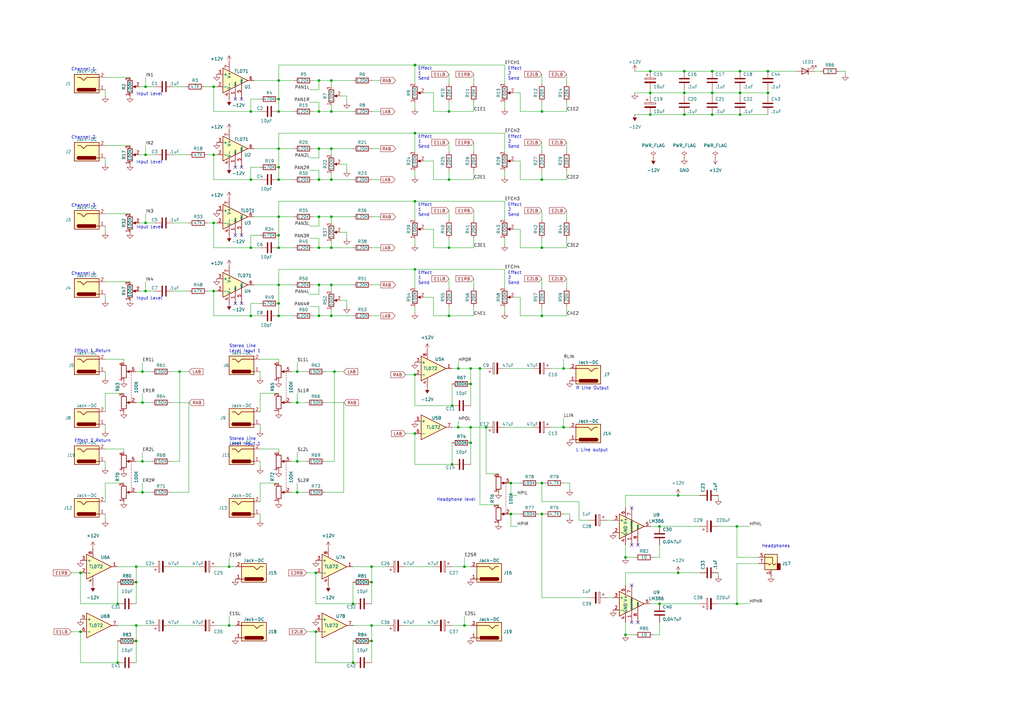
<source format=kicad_sch>
(kicad_sch (version 20211123) (generator eeschema)
  (paper "A3")
  (junction (at 130.81 101.6))
  (junction (at 130.81 45.72))
  (junction (at 55.88 256.54))
  (junction (at 93.98 256.54))
  (junction (at 170.18 26.67))
  (junction (at 130.81 73.66))
  (junction (at 222.25 129.54))
  (junction (at 33.02 259.08))
  (junction (at 152.4 256.54))
  (junction (at 114.3 88.9))
  (junction (at 55.88 232.41))
  (junction (at 280.67 46.99))
  (junction (at 87.63 91.44))
  (junction (at 144.78 271.78))
  (junction (at 184.15 101.6))
  (junction (at 73.66 152.4))
  (junction (at 193.04 181.61))
  (junction (at 102.87 101.6))
  (junction (at 59.69 35.56))
  (junction (at 187.96 175.26))
  (junction (at 256.54 228.6))
  (junction (at 314.96 38.1))
  (junction (at 270.51 247.65))
  (junction (at 266.7 46.99))
  (junction (at 121.92 201.93))
  (junction (at 135.89 45.72))
  (junction (at 130.81 116.84))
  (junction (at 152.4 238.76))
  (junction (at 58.42 165.1))
  (junction (at 135.89 60.96))
  (junction (at 170.18 110.49))
  (junction (at 129.54 234.95))
  (junction (at 280.67 29.21))
  (junction (at 302.26 247.65))
  (junction (at 314.96 29.21))
  (junction (at 222.25 101.6))
  (junction (at 209.55 210.82))
  (junction (at 185.42 166.37))
  (junction (at 152.4 232.41))
  (junction (at 303.53 46.99))
  (junction (at 135.89 73.66))
  (junction (at 266.7 38.1))
  (junction (at 58.42 152.4))
  (junction (at 114.3 96.52))
  (junction (at 278.13 203.2))
  (junction (at 59.69 91.44))
  (junction (at 114.3 40.64))
  (junction (at 114.3 101.6))
  (junction (at 114.3 129.54))
  (junction (at 184.15 45.72))
  (junction (at 222.25 210.82))
  (junction (at 170.18 82.55))
  (junction (at 48.26 247.65))
  (junction (at 303.53 29.21))
  (junction (at 87.63 63.5))
  (junction (at 135.89 88.9))
  (junction (at 185.42 190.5))
  (junction (at 231.14 151.13))
  (junction (at 292.1 29.21))
  (junction (at 193.04 175.26))
  (junction (at 184.15 129.54))
  (junction (at 184.15 73.66))
  (junction (at 58.42 201.93))
  (junction (at 129.54 259.08))
  (junction (at 102.87 129.54))
  (junction (at 121.92 165.1))
  (junction (at 114.3 60.96))
  (junction (at 152.4 262.89))
  (junction (at 130.81 88.9))
  (junction (at 114.3 33.02))
  (junction (at 170.18 153.67))
  (junction (at 135.89 116.84))
  (junction (at 135.89 129.54))
  (junction (at 48.26 271.78))
  (junction (at 190.5 232.41))
  (junction (at 121.92 152.4))
  (junction (at 33.02 234.95))
  (junction (at 114.3 73.66))
  (junction (at 190.5 256.54))
  (junction (at 292.1 38.1))
  (junction (at 130.81 129.54))
  (junction (at 114.3 124.46))
  (junction (at 55.88 262.89))
  (junction (at 87.63 35.56))
  (junction (at 135.89 33.02))
  (junction (at 199.39 175.26))
  (junction (at 135.89 101.6))
  (junction (at 58.42 189.23))
  (junction (at 187.96 151.13))
  (junction (at 270.51 215.9))
  (junction (at 114.3 45.72))
  (junction (at 102.87 73.66))
  (junction (at 121.92 189.23))
  (junction (at 280.67 38.1))
  (junction (at 170.18 177.8))
  (junction (at 170.18 54.61))
  (junction (at 222.25 198.12))
  (junction (at 114.3 116.84))
  (junction (at 292.1 46.99))
  (junction (at 278.13 234.95))
  (junction (at 55.88 238.76))
  (junction (at 130.81 33.02))
  (junction (at 130.81 60.96))
  (junction (at 137.16 152.4))
  (junction (at 266.7 29.21))
  (junction (at 222.25 45.72))
  (junction (at 231.14 175.26))
  (junction (at 144.78 247.65))
  (junction (at 59.69 63.5))
  (junction (at 222.25 73.66))
  (junction (at 209.55 198.12))
  (junction (at 302.26 215.9))
  (junction (at 87.63 119.38))
  (junction (at 196.85 151.13))
  (junction (at 114.3 68.58))
  (junction (at 256.54 260.35))
  (junction (at 102.87 45.72))
  (junction (at 59.69 119.38))
  (junction (at 303.53 38.1))
  (junction (at 93.98 232.41))
  (junction (at 193.04 151.13))
  (junction (at 193.04 157.48))
  (no_connect (at 96.52 124.46))
  (no_connect (at 261.62 255.27))
  (no_connect (at 259.08 208.28))
  (no_connect (at 261.62 223.52))
  (no_connect (at 259.08 223.52))
  (no_connect (at 259.08 255.27))
  (no_connect (at 99.06 68.58))
  (no_connect (at 96.52 40.64))
  (no_connect (at 96.52 96.52))
  (no_connect (at 259.08 240.03))
  (no_connect (at 99.06 124.46))
  (no_connect (at 99.06 40.64))
  (no_connect (at 96.52 68.58))
  (no_connect (at 99.06 96.52))
  (wire (pts (xy 29.21 234.95) (xy 33.02 234.95)))
  (wire (pts (xy 187.96 172.72) (xy 187.96 175.26)))
  (wire (pts (xy 266.7 29.21) (xy 280.67 29.21)))
  (wire (pts (xy 280.67 38.1) (xy 292.1 38.1)))
  (wire (pts (xy 48.26 262.89) (xy 48.26 271.78)))
  (wire (pts (xy 194.31 125.73) (xy 194.31 129.54)))
  (wire (pts (xy 144.78 232.41) (xy 152.4 232.41)))
  (wire (pts (xy 280.67 36.83) (xy 280.67 38.1)))
  (wire (pts (xy 55.88 256.54) (xy 55.88 262.89)))
  (wire (pts (xy 199.39 175.26) (xy 199.39 194.31)))
  (wire (pts (xy 130.81 116.84) (xy 135.89 116.84)))
  (wire (pts (xy 346.71 29.21) (xy 346.71 30.48)))
  (wire (pts (xy 213.36 73.66) (xy 222.25 73.66)))
  (wire (pts (xy 185.42 181.61) (xy 185.42 190.5)))
  (wire (pts (xy 207.01 125.73) (xy 207.01 128.27)))
  (wire (pts (xy 184.15 73.66) (xy 194.31 73.66)))
  (wire (pts (xy 207.01 151.13) (xy 218.44 151.13)))
  (wire (pts (xy 87.63 129.54) (xy 102.87 129.54)))
  (wire (pts (xy 173.99 38.1) (xy 177.8 38.1)))
  (wire (pts (xy 213.36 93.98) (xy 213.36 101.6)))
  (wire (pts (xy 104.14 116.84) (xy 114.3 116.84)))
  (wire (pts (xy 43.18 115.57) (xy 53.34 115.57)))
  (wire (pts (xy 184.15 30.48) (xy 184.15 34.29)))
  (wire (pts (xy 190.5 252.73) (xy 190.5 256.54)))
  (wire (pts (xy 114.3 33.02) (xy 114.3 40.64)))
  (wire (pts (xy 270.51 260.35) (xy 267.97 260.35)))
  (wire (pts (xy 292.1 36.83) (xy 292.1 38.1)))
  (wire (pts (xy 222.25 129.54) (xy 222.25 125.73)))
  (wire (pts (xy 102.87 40.64) (xy 102.87 45.72)))
  (wire (pts (xy 114.3 88.9) (xy 114.3 82.55)))
  (wire (pts (xy 114.3 184.15) (xy 114.3 185.42)))
  (wire (pts (xy 87.63 119.38) (xy 87.63 129.54)))
  (wire (pts (xy 77.47 165.1) (xy 77.47 201.93)))
  (wire (pts (xy 121.92 201.93) (xy 125.73 201.93)))
  (wire (pts (xy 152.4 60.96) (xy 156.21 60.96)))
  (wire (pts (xy 69.85 232.41) (xy 81.28 232.41)))
  (wire (pts (xy 127 97.79) (xy 130.81 97.79)))
  (wire (pts (xy 166.37 177.8) (xy 170.18 177.8)))
  (wire (pts (xy 226.06 151.13) (xy 231.14 151.13)))
  (wire (pts (xy 193.04 151.13) (xy 196.85 151.13)))
  (wire (pts (xy 114.3 33.02) (xy 120.65 33.02)))
  (wire (pts (xy 173.99 121.92) (xy 177.8 121.92)))
  (wire (pts (xy 73.66 189.23) (xy 69.85 189.23)))
  (wire (pts (xy 130.81 97.79) (xy 130.81 101.6)))
  (wire (pts (xy 209.55 215.9) (xy 209.55 210.82)))
  (wire (pts (xy 106.68 210.82) (xy 106.68 213.36)))
  (wire (pts (xy 129.54 247.65) (xy 144.78 247.65)))
  (wire (pts (xy 130.81 120.65) (xy 130.81 116.84)))
  (wire (pts (xy 152.4 88.9) (xy 156.21 88.9)))
  (wire (pts (xy 207.01 82.55) (xy 207.01 90.17)))
  (wire (pts (xy 212.09 215.9) (xy 209.55 215.9)))
  (wire (pts (xy 209.55 203.2) (xy 209.55 198.12)))
  (wire (pts (xy 85.09 91.44) (xy 87.63 91.44)))
  (wire (pts (xy 125.73 234.95) (xy 129.54 234.95)))
  (wire (pts (xy 125.73 259.08) (xy 129.54 259.08)))
  (wire (pts (xy 71.12 63.5) (xy 77.47 63.5)))
  (wire (pts (xy 59.69 115.57) (xy 59.69 119.38)))
  (wire (pts (xy 209.55 210.82) (xy 213.36 210.82)))
  (wire (pts (xy 194.31 30.48) (xy 194.31 34.29)))
  (wire (pts (xy 114.3 26.67) (xy 170.18 26.67)))
  (wire (pts (xy 256.54 228.6) (xy 256.54 223.52)))
  (wire (pts (xy 88.9 256.54) (xy 93.98 256.54)))
  (wire (pts (xy 303.53 36.83) (xy 303.53 38.1)))
  (wire (pts (xy 213.36 45.72) (xy 222.25 45.72)))
  (wire (pts (xy 231.14 175.26) (xy 233.68 175.26)))
  (wire (pts (xy 130.81 101.6) (xy 128.27 101.6)))
  (wire (pts (xy 93.98 256.54) (xy 96.52 256.54)))
  (wire (pts (xy 58.42 152.4) (xy 62.23 152.4)))
  (wire (pts (xy 210.82 93.98) (xy 213.36 93.98)))
  (wire (pts (xy 170.18 110.49) (xy 207.01 110.49)))
  (wire (pts (xy 106.68 96.52) (xy 102.87 96.52)))
  (wire (pts (xy 170.18 26.67) (xy 207.01 26.67)))
  (wire (pts (xy 129.54 234.95) (xy 129.54 247.65)))
  (wire (pts (xy 193.04 175.26) (xy 193.04 181.61)))
  (wire (pts (xy 303.53 29.21) (xy 314.96 29.21)))
  (wire (pts (xy 256.54 203.2) (xy 278.13 203.2)))
  (wire (pts (xy 43.18 205.74) (xy 43.18 198.12)))
  (wire (pts (xy 222.25 58.42) (xy 222.25 62.23)))
  (wire (pts (xy 114.3 116.84) (xy 114.3 110.49)))
  (wire (pts (xy 43.18 92.71) (xy 43.18 95.25)))
  (wire (pts (xy 137.16 189.23) (xy 133.35 189.23)))
  (wire (pts (xy 106.68 161.29) (xy 114.3 161.29)))
  (wire (pts (xy 73.66 152.4) (xy 77.47 152.4)))
  (wire (pts (xy 260.35 46.99) (xy 266.7 46.99)))
  (wire (pts (xy 184.15 114.3) (xy 184.15 118.11)))
  (wire (pts (xy 302.26 215.9) (xy 307.34 215.9)))
  (wire (pts (xy 130.81 64.77) (xy 130.81 60.96)))
  (wire (pts (xy 210.82 66.04) (xy 213.36 66.04)))
  (wire (pts (xy 104.14 33.02) (xy 114.3 33.02)))
  (wire (pts (xy 33.02 234.95) (xy 33.02 247.65)))
  (wire (pts (xy 170.18 41.91) (xy 170.18 44.45)))
  (wire (pts (xy 266.7 38.1) (xy 280.67 38.1)))
  (wire (pts (xy 43.18 152.4) (xy 43.18 154.94)))
  (wire (pts (xy 232.41 58.42) (xy 232.41 62.23)))
  (wire (pts (xy 130.81 60.96) (xy 128.27 60.96)))
  (wire (pts (xy 232.41 41.91) (xy 232.41 45.72)))
  (wire (pts (xy 58.42 198.12) (xy 58.42 201.93)))
  (wire (pts (xy 55.88 256.54) (xy 62.23 256.54)))
  (wire (pts (xy 129.54 259.08) (xy 129.54 271.78)))
  (wire (pts (xy 193.04 181.61) (xy 193.04 190.5)))
  (wire (pts (xy 232.41 101.6) (xy 222.25 101.6)))
  (wire (pts (xy 222.25 73.66) (xy 222.25 69.85)))
  (wire (pts (xy 170.18 82.55) (xy 170.18 90.17)))
  (wire (pts (xy 184.15 97.79) (xy 184.15 101.6)))
  (wire (pts (xy 135.89 127) (xy 135.89 129.54)))
  (wire (pts (xy 93.98 232.41) (xy 96.52 232.41)))
  (wire (pts (xy 142.24 95.25) (xy 142.24 97.79)))
  (wire (pts (xy 119.38 189.23) (xy 121.92 189.23)))
  (wire (pts (xy 266.7 36.83) (xy 266.7 38.1)))
  (wire (pts (xy 213.36 38.1) (xy 213.36 45.72)))
  (wire (pts (xy 152.4 232.41) (xy 158.75 232.41)))
  (wire (pts (xy 207.01 26.67) (xy 207.01 34.29)))
  (wire (pts (xy 102.87 96.52) (xy 102.87 101.6)))
  (wire (pts (xy 270.51 247.65) (xy 287.02 247.65)))
  (wire (pts (xy 185.42 175.26) (xy 187.96 175.26)))
  (wire (pts (xy 71.12 119.38) (xy 77.47 119.38)))
  (wire (pts (xy 135.89 45.72) (xy 144.78 45.72)))
  (wire (pts (xy 133.35 165.1) (xy 140.97 165.1)))
  (wire (pts (xy 139.7 95.25) (xy 142.24 95.25)))
  (wire (pts (xy 130.81 88.9) (xy 135.89 88.9)))
  (wire (pts (xy 184.15 58.42) (xy 184.15 62.23)))
  (wire (pts (xy 119.38 165.1) (xy 121.92 165.1)))
  (wire (pts (xy 280.67 46.99) (xy 292.1 46.99)))
  (wire (pts (xy 137.16 152.4) (xy 137.16 189.23)))
  (wire (pts (xy 278.13 203.2) (xy 287.02 203.2)))
  (wire (pts (xy 102.87 73.66) (xy 106.68 73.66)))
  (wire (pts (xy 222.25 86.36) (xy 222.25 90.17)))
  (wire (pts (xy 152.4 238.76) (xy 152.4 247.65)))
  (wire (pts (xy 129.54 271.78) (xy 144.78 271.78)))
  (wire (pts (xy 270.51 215.9) (xy 287.02 215.9)))
  (wire (pts (xy 232.41 69.85) (xy 232.41 73.66)))
  (wire (pts (xy 190.5 232.41) (xy 193.04 232.41)))
  (wire (pts (xy 207.01 69.85) (xy 207.01 72.39)))
  (wire (pts (xy 43.18 59.69) (xy 53.34 59.69)))
  (wire (pts (xy 106.68 205.74) (xy 106.68 198.12)))
  (wire (pts (xy 114.3 88.9) (xy 120.65 88.9)))
  (wire (pts (xy 256.54 208.28) (xy 256.54 203.2)))
  (wire (pts (xy 102.87 101.6) (xy 106.68 101.6)))
  (wire (pts (xy 194.31 58.42) (xy 194.31 62.23)))
  (wire (pts (xy 142.24 123.19) (xy 142.24 125.73)))
  (wire (pts (xy 196.85 151.13) (xy 196.85 207.01)))
  (wire (pts (xy 222.25 205.74) (xy 237.49 205.74)))
  (wire (pts (xy 232.41 30.48) (xy 232.41 34.29)))
  (wire (pts (xy 232.41 86.36) (xy 232.41 90.17)))
  (wire (pts (xy 220.98 210.82) (xy 222.25 210.82)))
  (wire (pts (xy 184.15 41.91) (xy 184.15 45.72)))
  (wire (pts (xy 130.81 129.54) (xy 128.27 129.54)))
  (wire (pts (xy 280.67 38.1) (xy 280.67 39.37)))
  (wire (pts (xy 193.04 157.48) (xy 193.04 166.37)))
  (wire (pts (xy 130.81 36.83) (xy 130.81 33.02)))
  (wire (pts (xy 140.97 165.1) (xy 140.97 201.93)))
  (wire (pts (xy 170.18 69.85) (xy 170.18 72.39)))
  (wire (pts (xy 294.64 203.2) (xy 294.64 204.47)))
  (wire (pts (xy 314.96 38.1) (xy 314.96 39.37)))
  (wire (pts (xy 152.4 101.6) (xy 156.21 101.6)))
  (wire (pts (xy 302.26 215.9) (xy 302.26 228.6)))
  (wire (pts (xy 142.24 39.37) (xy 142.24 41.91)))
  (wire (pts (xy 85.09 119.38) (xy 87.63 119.38)))
  (wire (pts (xy 190.5 256.54) (xy 193.04 256.54)))
  (wire (pts (xy 184.15 45.72) (xy 194.31 45.72)))
  (wire (pts (xy 139.7 67.31) (xy 142.24 67.31)))
  (wire (pts (xy 58.42 161.29) (xy 58.42 165.1)))
  (wire (pts (xy 69.85 256.54) (xy 81.28 256.54)))
  (wire (pts (xy 194.31 41.91) (xy 194.31 45.72)))
  (wire (pts (xy 93.98 228.6) (xy 93.98 232.41)))
  (wire (pts (xy 177.8 101.6) (xy 184.15 101.6)))
  (wire (pts (xy 294.64 215.9) (xy 302.26 215.9)))
  (wire (pts (xy 57.15 35.56) (xy 59.69 35.56)))
  (wire (pts (xy 127 120.65) (xy 130.81 120.65)))
  (wire (pts (xy 260.35 29.21) (xy 266.7 29.21)))
  (wire (pts (xy 43.18 31.75) (xy 53.34 31.75)))
  (wire (pts (xy 130.81 41.91) (xy 130.81 45.72)))
  (wire (pts (xy 130.81 116.84) (xy 128.27 116.84)))
  (wire (pts (xy 266.7 215.9) (xy 270.51 215.9)))
  (wire (pts (xy 106.68 152.4) (xy 106.68 154.94)))
  (wire (pts (xy 256.54 228.6) (xy 260.35 228.6)))
  (wire (pts (xy 133.35 152.4) (xy 137.16 152.4)))
  (wire (pts (xy 114.3 45.72) (xy 120.65 45.72)))
  (wire (pts (xy 222.25 210.82) (xy 222.25 245.11)))
  (wire (pts (xy 50.8 184.15) (xy 50.8 185.42)))
  (wire (pts (xy 130.81 88.9) (xy 128.27 88.9)))
  (wire (pts (xy 135.89 43.18) (xy 135.89 45.72)))
  (wire (pts (xy 121.92 185.42) (xy 121.92 189.23)))
  (wire (pts (xy 220.98 198.12) (xy 222.25 198.12)))
  (wire (pts (xy 106.68 198.12) (xy 114.3 198.12)))
  (wire (pts (xy 177.8 129.54) (xy 184.15 129.54)))
  (wire (pts (xy 187.96 175.26) (xy 193.04 175.26)))
  (wire (pts (xy 232.41 129.54) (xy 222.25 129.54)))
  (wire (pts (xy 69.85 165.1) (xy 77.47 165.1)))
  (wire (pts (xy 130.81 60.96) (xy 135.89 60.96)))
  (wire (pts (xy 222.25 198.12) (xy 223.52 198.12)))
  (wire (pts (xy 294.64 247.65) (xy 302.26 247.65)))
  (wire (pts (xy 114.3 68.58) (xy 114.3 73.66)))
  (wire (pts (xy 185.42 232.41) (xy 190.5 232.41)))
  (wire (pts (xy 58.42 185.42) (xy 58.42 189.23)))
  (wire (pts (xy 302.26 231.14) (xy 302.26 247.65)))
  (wire (pts (xy 55.88 262.89) (xy 55.88 271.78)))
  (wire (pts (xy 135.89 129.54) (xy 144.78 129.54)))
  (wire (pts (xy 114.3 60.96) (xy 120.65 60.96)))
  (wire (pts (xy 55.88 152.4) (xy 58.42 152.4)))
  (wire (pts (xy 59.69 63.5) (xy 63.5 63.5)))
  (wire (pts (xy 55.88 189.23) (xy 58.42 189.23)))
  (wire (pts (xy 121.92 148.59) (xy 121.92 152.4)))
  (wire (pts (xy 43.18 64.77) (xy 43.18 67.31)))
  (wire (pts (xy 170.18 177.8) (xy 170.18 190.5)))
  (wire (pts (xy 266.7 247.65) (xy 270.51 247.65)))
  (wire (pts (xy 292.1 38.1) (xy 303.53 38.1)))
  (wire (pts (xy 106.68 189.23) (xy 106.68 191.77)))
  (wire (pts (xy 213.36 66.04) (xy 213.36 73.66)))
  (wire (pts (xy 170.18 166.37) (xy 185.42 166.37)))
  (wire (pts (xy 102.87 129.54) (xy 106.68 129.54)))
  (wire (pts (xy 135.89 33.02) (xy 135.89 35.56)))
  (wire (pts (xy 114.3 147.32) (xy 114.3 148.59)))
  (wire (pts (xy 314.96 29.21) (xy 326.39 29.21)))
  (wire (pts (xy 29.21 259.08) (xy 33.02 259.08)))
  (wire (pts (xy 87.63 63.5) (xy 88.9 63.5)))
  (wire (pts (xy 114.3 101.6) (xy 120.65 101.6)))
  (wire (pts (xy 177.8 38.1) (xy 177.8 45.72)))
  (wire (pts (xy 55.88 201.93) (xy 58.42 201.93)))
  (wire (pts (xy 196.85 151.13) (xy 199.39 151.13)))
  (wire (pts (xy 177.8 66.04) (xy 177.8 73.66)))
  (wire (pts (xy 170.18 54.61) (xy 170.18 62.23)))
  (wire (pts (xy 185.42 256.54) (xy 190.5 256.54)))
  (wire (pts (xy 48.26 256.54) (xy 55.88 256.54)))
  (wire (pts (xy 127 41.91) (xy 130.81 41.91)))
  (wire (pts (xy 119.38 201.93) (xy 121.92 201.93)))
  (wire (pts (xy 152.4 262.89) (xy 152.4 271.78)))
  (wire (pts (xy 233.68 210.82) (xy 233.68 212.09)))
  (wire (pts (xy 114.3 60.96) (xy 114.3 54.61)))
  (wire (pts (xy 130.81 45.72) (xy 128.27 45.72)))
  (wire (pts (xy 344.17 29.21) (xy 346.71 29.21)))
  (wire (pts (xy 130.81 92.71) (xy 130.81 88.9)))
  (wire (pts (xy 196.85 207.01) (xy 204.47 207.01)))
  (wire (pts (xy 256.54 240.03) (xy 256.54 234.95)))
  (wire (pts (xy 71.12 91.44) (xy 77.47 91.44)))
  (wire (pts (xy 292.1 46.99) (xy 303.53 46.99)))
  (wire (pts (xy 334.01 29.21) (xy 336.55 29.21)))
  (wire (pts (xy 137.16 152.4) (xy 140.97 152.4)))
  (wire (pts (xy 303.53 38.1) (xy 303.53 39.37)))
  (wire (pts (xy 106.68 40.64) (xy 102.87 40.64)))
  (wire (pts (xy 48.26 238.76) (xy 48.26 247.65)))
  (wire (pts (xy 209.55 198.12) (xy 213.36 198.12)))
  (wire (pts (xy 135.89 45.72) (xy 130.81 45.72)))
  (wire (pts (xy 57.15 119.38) (xy 59.69 119.38)))
  (wire (pts (xy 121.92 189.23) (xy 125.73 189.23)))
  (wire (pts (xy 222.25 101.6) (xy 222.25 97.79)))
  (wire (pts (xy 222.25 245.11) (xy 241.3 245.11)))
  (wire (pts (xy 231.14 171.45) (xy 231.14 175.26)))
  (wire (pts (xy 121.92 152.4) (xy 125.73 152.4)))
  (wire (pts (xy 87.63 63.5) (xy 87.63 73.66)))
  (wire (pts (xy 87.63 91.44) (xy 88.9 91.44)))
  (wire (pts (xy 83.82 35.56) (xy 87.63 35.56)))
  (wire (pts (xy 127 36.83) (xy 130.81 36.83)))
  (wire (pts (xy 194.31 114.3) (xy 194.31 118.11)))
  (wire (pts (xy 59.69 31.75) (xy 59.69 35.56)))
  (wire (pts (xy 170.18 26.67) (xy 170.18 34.29)))
  (wire (pts (xy 106.68 68.58) (xy 102.87 68.58)))
  (wire (pts (xy 170.18 54.61) (xy 207.01 54.61)))
  (wire (pts (xy 127 69.85) (xy 130.81 69.85)))
  (wire (pts (xy 135.89 101.6) (xy 144.78 101.6)))
  (wire (pts (xy 207.01 41.91) (xy 207.01 44.45)))
  (wire (pts (xy 55.88 165.1) (xy 58.42 165.1)))
  (wire (pts (xy 256.54 234.95) (xy 278.13 234.95)))
  (wire (pts (xy 43.18 120.65) (xy 43.18 123.19)))
  (wire (pts (xy 266.7 38.1) (xy 266.7 39.37)))
  (wire (pts (xy 256.54 260.35) (xy 256.54 255.27)))
  (wire (pts (xy 33.02 259.08) (xy 33.02 271.78)))
  (wire (pts (xy 58.42 201.93) (xy 62.23 201.93)))
  (wire (pts (xy 184.15 125.73) (xy 184.15 129.54)))
  (wire (pts (xy 222.25 198.12) (xy 222.25 205.74)))
  (wire (pts (xy 170.18 110.49) (xy 170.18 118.11)))
  (wire (pts (xy 58.42 165.1) (xy 62.23 165.1)))
  (wire (pts (xy 213.36 101.6) (xy 222.25 101.6)))
  (wire (pts (xy 152.4 73.66) (xy 156.21 73.66)))
  (wire (pts (xy 55.88 232.41) (xy 55.88 238.76)))
  (wire (pts (xy 127 64.77) (xy 130.81 64.77)))
  (wire (pts (xy 121.92 165.1) (xy 125.73 165.1)))
  (wire (pts (xy 278.13 234.95) (xy 287.02 234.95)))
  (wire (pts (xy 144.78 262.89) (xy 144.78 271.78)))
  (wire (pts (xy 210.82 121.92) (xy 213.36 121.92)))
  (wire (pts (xy 152.4 256.54) (xy 158.75 256.54)))
  (wire (pts (xy 190.5 228.6) (xy 190.5 232.41)))
  (wire (pts (xy 142.24 67.31) (xy 142.24 69.85)))
  (wire (pts (xy 33.02 271.78) (xy 48.26 271.78)))
  (wire (pts (xy 173.99 93.98) (xy 177.8 93.98)))
  (wire (pts (xy 114.3 110.49) (xy 170.18 110.49)))
  (wire (pts (xy 232.41 97.79) (xy 232.41 101.6)))
  (wire (pts (xy 130.81 69.85) (xy 130.81 73.66)))
  (wire (pts (xy 43.18 161.29) (xy 50.8 161.29)))
  (wire (pts (xy 135.89 88.9) (xy 135.89 91.44)))
  (wire (pts (xy 207.01 54.61) (xy 207.01 62.23)))
  (wire (pts (xy 207.01 110.49) (xy 207.01 118.11)))
  (wire (pts (xy 135.89 73.66) (xy 144.78 73.66)))
  (wire (pts (xy 73.66 152.4) (xy 73.66 189.23)))
  (wire (pts (xy 222.25 30.48) (xy 222.25 34.29)))
  (wire (pts (xy 43.18 198.12) (xy 50.8 198.12)))
  (wire (pts (xy 222.25 114.3) (xy 222.25 118.11)))
  (wire (pts (xy 194.31 97.79) (xy 194.31 101.6)))
  (wire (pts (xy 314.96 36.83) (xy 314.96 38.1)))
  (wire (pts (xy 127 92.71) (xy 130.81 92.71)))
  (wire (pts (xy 177.8 121.92) (xy 177.8 129.54)))
  (wire (pts (xy 135.89 99.06) (xy 135.89 101.6)))
  (wire (pts (xy 303.53 38.1) (xy 314.96 38.1)))
  (wire (pts (xy 184.15 86.36) (xy 184.15 90.17)))
  (wire (pts (xy 57.15 91.44) (xy 59.69 91.44)))
  (wire (pts (xy 93.98 252.73) (xy 93.98 256.54)))
  (wire (pts (xy 193.04 175.26) (xy 199.39 175.26)))
  (wire (pts (xy 59.69 91.44) (xy 63.5 91.44)))
  (wire (pts (xy 114.3 116.84) (xy 120.65 116.84)))
  (wire (pts (xy 302.26 228.6) (xy 311.15 228.6)))
  (wire (pts (xy 130.81 33.02) (xy 128.27 33.02)))
  (wire (pts (xy 231.14 210.82) (xy 233.68 210.82)))
  (wire (pts (xy 233.68 198.12) (xy 233.68 200.66)))
  (wire (pts (xy 59.69 59.69) (xy 59.69 63.5)))
  (wire (pts (xy 144.78 238.76) (xy 144.78 247.65)))
  (wire (pts (xy 43.18 36.83) (xy 43.18 39.37)))
  (wire (pts (xy 152.4 33.02) (xy 156.21 33.02)))
  (wire (pts (xy 59.69 35.56) (xy 63.5 35.56)))
  (wire (pts (xy 213.36 129.54) (xy 222.25 129.54)))
  (wire (pts (xy 87.63 119.38) (xy 88.9 119.38)))
  (wire (pts (xy 231.14 198.12) (xy 233.68 198.12)))
  (wire (pts (xy 114.3 88.9) (xy 114.3 96.52)))
  (wire (pts (xy 57.15 63.5) (xy 59.69 63.5)))
  (wire (pts (xy 184.15 69.85) (xy 184.15 73.66)))
  (wire (pts (xy 139.7 39.37) (xy 142.24 39.37)))
  (wire (pts (xy 43.18 189.23) (xy 43.18 191.77)))
  (wire (pts (xy 248.92 245.11) (xy 251.46 245.11)))
  (wire (pts (xy 260.35 38.1) (xy 266.7 38.1)))
  (wire (pts (xy 43.18 168.91) (xy 43.18 161.29)))
  (wire (pts (xy 135.89 33.02) (xy 144.78 33.02)))
  (wire (pts (xy 121.92 198.12) (xy 121.92 201.93)))
  (wire (pts (xy 104.14 88.9) (xy 114.3 88.9)))
  (wire (pts (xy 199.39 194.31) (xy 204.47 194.31)))
  (wire (pts (xy 294.64 234.95) (xy 294.64 236.22)))
  (wire (pts (xy 135.89 88.9) (xy 144.78 88.9)))
  (wire (pts (xy 248.92 213.36) (xy 251.46 213.36)))
  (wire (pts (xy 130.81 125.73) (xy 130.81 129.54)))
  (wire (pts (xy 266.7 46.99) (xy 280.67 46.99)))
  (wire (pts (xy 121.92 161.29) (xy 121.92 165.1)))
  (wire (pts (xy 87.63 73.66) (xy 102.87 73.66)))
  (wire (pts (xy 106.68 147.32) (xy 114.3 147.32)))
  (wire (pts (xy 303.53 46.99) (xy 314.96 46.99)))
  (wire (pts (xy 43.18 210.82) (xy 43.18 213.36)))
  (wire (pts (xy 170.18 125.73) (xy 170.18 128.27)))
  (wire (pts (xy 130.81 33.02) (xy 135.89 33.02)))
  (wire (pts (xy 104.14 60.96) (xy 114.3 60.96)))
  (wire (pts (xy 58.42 189.23) (xy 62.23 189.23)))
  (wire (pts (xy 85.09 63.5) (xy 87.63 63.5)))
  (wire (pts (xy 87.63 35.56) (xy 88.9 35.56)))
  (wire (pts (xy 127 125.73) (xy 130.81 125.73)))
  (wire (pts (xy 222.25 210.82) (xy 223.52 210.82)))
  (wire (pts (xy 114.3 124.46) (xy 114.3 129.54)))
  (wire (pts (xy 184.15 101.6) (xy 194.31 101.6)))
  (wire (pts (xy 173.99 66.04) (xy 177.8 66.04)))
  (wire (pts (xy 48.26 232.41) (xy 55.88 232.41)))
  (wire (pts (xy 114.3 60.96) (xy 114.3 68.58)))
  (wire (pts (xy 88.9 232.41) (xy 93.98 232.41)))
  (wire (pts (xy 43.18 173.99) (xy 43.18 176.53)))
  (wire (pts (xy 184.15 129.54) (xy 194.31 129.54)))
  (wire (pts (xy 135.89 71.12) (xy 135.89 73.66)))
  (wire (pts (xy 222.25 45.72) (xy 222.25 41.91)))
  (wire (pts (xy 130.81 73.66) (xy 128.27 73.66)))
  (wire (pts (xy 185.42 157.48) (xy 185.42 166.37)))
  (wire (pts (xy 226.06 175.26) (xy 231.14 175.26)))
  (wire (pts (xy 114.3 40.64) (xy 114.3 45.72)))
  (wire (pts (xy 177.8 93.98) (xy 177.8 101.6)))
  (wire (pts (xy 170.18 97.79) (xy 170.18 100.33)))
  (wire (pts (xy 58.42 148.59) (xy 58.42 152.4)))
  (wire (pts (xy 43.18 184.15) (xy 50.8 184.15)))
  (wire (pts (xy 213.36 121.92) (xy 213.36 129.54)))
  (wire (pts (xy 270.51 228.6) (xy 267.97 228.6)))
  (wire (pts (xy 193.04 151.13) (xy 193.04 157.48)))
  (wire (pts (xy 140.97 201.93) (xy 133.35 201.93)))
  (wire (pts (xy 59.69 87.63) (xy 59.69 91.44)))
  (wire (pts (xy 170.18 190.5) (xy 185.42 190.5)))
  (wire (pts (xy 152.4 129.54) (xy 156.21 129.54)))
  (wire (pts (xy 231.14 147.32) (xy 231.14 151.13)))
  (wire (pts (xy 135.89 101.6) (xy 130.81 101.6)))
  (wire (pts (xy 166.37 256.54) (xy 177.8 256.54)))
  (wire (pts (xy 270.51 223.52) (xy 270.51 228.6)))
  (wire (pts (xy 102.87 124.46) (xy 102.87 129.54)))
  (wire (pts (xy 55.88 232.41) (xy 62.23 232.41)))
  (wire (pts (xy 106.68 124.46) (xy 102.87 124.46)))
  (wire (pts (xy 87.63 91.44) (xy 87.63 101.6)))
  (wire (pts (xy 114.3 54.61) (xy 170.18 54.61)))
  (wire (pts (xy 280.67 29.21) (xy 292.1 29.21)))
  (wire (pts (xy 152.4 116.84) (xy 156.21 116.84)))
  (wire (pts (xy 69.85 152.4) (xy 73.66 152.4)))
  (wire (pts (xy 232.41 125.73) (xy 232.41 129.54)))
  (wire (pts (xy 106.68 173.99) (xy 106.68 176.53)))
  (wire (pts (xy 311.15 231.14) (xy 302.26 231.14)))
  (wire (pts (xy 170.18 82.55) (xy 207.01 82.55)))
  (wire (pts (xy 135.89 60.96) (xy 144.78 60.96)))
  (wire (pts (xy 43.18 87.63) (xy 53.34 87.63)))
  (wire (pts (xy 292.1 38.1) (xy 292.1 39.37)))
  (wire (pts (xy 212.09 203.2) (xy 209.55 203.2)))
  (wire (pts (xy 135.89 60.96) (xy 135.89 63.5)))
  (wire (pts (xy 43.18 147.32) (xy 50.8 147.32)))
  (wire (pts (xy 292.1 29.21) (xy 303.53 29.21)))
  (wire (pts (xy 114.3 116.84) (xy 114.3 124.46)))
  (wire (pts (xy 50.8 147.32) (xy 50.8 148.59)))
  (wire (pts (xy 106.68 168.91) (xy 106.68 161.29)))
  (wire (pts (xy 194.31 86.36) (xy 194.31 90.17)))
  (wire (pts (xy 114.3 73.66) (xy 120.65 73.66)))
  (wire (pts (xy 187.96 151.13) (xy 193.04 151.13)))
  (wire (pts (xy 185.42 151.13) (xy 187.96 151.13)))
  (wire (pts (xy 135.89 116.84) (xy 135.89 119.38)))
  (wire (pts (xy 232.41 73.66) (xy 222.25 73.66)))
  (wire (pts (xy 232.41 45.72) (xy 222.25 45.72)))
  (wire (pts (xy 77.47 201.93) (xy 69.85 201.93)))
  (wire (pts (xy 166.37 153.67) (xy 170.18 153.67)))
  (wire (pts (xy 194.31 69.85) (xy 194.31 73.66)))
  (wire (pts (xy 302.26 247.65) (xy 307.34 247.65)))
  (wire (pts (xy 55.88 238.76) (xy 55.88 247.65)))
  (wire (pts (xy 87.63 35.56) (xy 87.63 45.72)))
  (wire (pts (xy 139.7 123.19) (xy 142.24 123.19)))
  (wire (pts (xy 166.37 232.41) (xy 177.8 232.41)))
  (wire (pts (xy 152.4 232.41) (xy 152.4 238.76)))
  (wire (pts (xy 177.8 73.66) (xy 184.15 73.66)))
  (wire (pts (xy 187.96 148.59) (xy 187.96 151.13)))
  (wire (pts (xy 135.89 116.84) (xy 144.78 116.84)))
  (wire (pts (xy 119.38 152.4) (xy 121.92 152.4)))
  (wire (pts (xy 87.63 101.6) (xy 102.87 101.6)))
  (wire (pts (xy 152.4 45.72) (xy 156.21 45.72)))
  (wire (pts (xy 135.89 73.66) (xy 130.81 73.66)))
  (wire (pts (xy 270.51 255.27) (xy 270.51 260.35)))
  (wire (pts (xy 33.02 247.65) (xy 48.26 247.65)))
  (wire (pts (xy 102.87 45.72) (xy 106.68 45.72)))
  (wire (pts (xy 106.68 184.15) (xy 114.3 184.15)))
  (wire (pts (xy 59.69 119.38) (xy 63.5 119.38)))
  (wire (pts (xy 232.41 114.3) (xy 232.41 118.11)))
  (wire (pts (xy 87.63 45.72) (xy 102.87 45.72)))
  (wire (pts (xy 207.01 175.26) (xy 218.44 175.26)))
  (wire (pts (xy 210.82 38.1) (xy 213.36 38.1)))
  (wire (pts (xy 144.78 256.54) (xy 152.4 256.54)))
  (wire (pts (xy 170.18 153.67) (xy 170.18 166.37)))
  (wire (pts (xy 114.3 129.54) (xy 120.65 129.54)))
  (wire (pts (xy 102.87 68.58) (xy 102.87 73.66)))
  (wire (pts (xy 71.12 35.56) (xy 76.2 35.56)))
  (wire (pts (xy 231.14 151.13) (xy 233.68 151.13)))
  (wire (pts (xy 207.01 97.79) (xy 207.01 100.33)))
  (wire (pts (xy 135.89 129.54) (xy 130.81 129.54)))
  (wire (pts (xy 237.49 213.36) (xy 241.3 213.36)))
  (wire (pts (xy 237.49 205.74) (xy 237.49 213.36)))
  (wire (pts (xy 256.54 260.35) (xy 260.35 260.35)))
  (wire (pts (xy 114.3 33.02) (xy 114.3 26.67)))
  (wire (pts (xy 114.3 82.55) (xy 170.18 82.55)))
  (wire (pts (xy 177.8 45.72) (xy 184.15 45.72)))
  (wire (pts (xy 114.3 96.52) (xy 114.3 101.6)))
  (wire (pts (xy 152.4 256.54) (xy 152.4 262.89)))
  (text "Stereo Line \nLevel Input 1" (at 93.98 182.88 0) (effects (font (size 1.27 1.27)) (justify left bottom)))
  (text "Channel 1" (at 29.21 29.21 0) (effects (font (size 1.27 1.27)) (justify left bottom)))
  (text "R Line Output" (at 236.22 160.02 0) (effects (font (size 1.27 1.27)) (justify left bottom)))
  (text "Stereo Line \nLevel Input 1" (at 93.98 144.78 0) (effects (font (size 1.27 1.27)) (justify left bottom)))
  (text "Input Level" (at 55.88 67.31 0) (effects (font (size 1.27 1.27)) (justify left bottom)))
  (text "Channel 2" (at 29.21 57.15 0) (effects (font (size 1.27 1.27)) (justify left bottom)))
  (text "Effect \n2 \nSend" (at 208.28 60.96 0) (effects (font (size 1.27 1.27)) (justify left bottom)))
  (text "Input Level" (at 55.88 123.19 0) (effects (font (size 1.27 1.27)) (justify left bottom)))
  (text "Headphones" (at 312.42 224.79 0) (effects (font (size 1.27 1.27)) (justify left bottom)))
  (text "Input Level" (at 55.88 93.98 0) (effects (font (size 1.27 1.27)) (justify left bottom)))
  (text "Effect \n2 \nSend" (at 208.28 116.84 0) (effects (font (size 1.27 1.27)) (justify left bottom)))
  (text "L Line output" (at 236.22 185.42 0) (effects (font (size 1.27 1.27)) (justify left bottom)))
  (text "Effect \n2 \nSend" (at 208.28 88.9 0) (effects (font (size 1.27 1.27)) (justify left bottom)))
  (text "Channel 4" (at 29.21 113.03 0) (effects (font (size 1.27 1.27)) (justify left bottom)))
  (text "Effect \n1\nSend" (at 171.45 116.84 0) (effects (font (size 1.27 1.27)) (justify left bottom)))
  (text "Input Level" (at 55.88 39.37 0) (effects (font (size 1.27 1.27)) (justify left bottom)))
  (text "Effect \n1\nSend" (at 171.45 60.96 0) (effects (font (size 1.27 1.27)) (justify left bottom)))
  (text "Effect \n1\nSend" (at 171.45 88.9 0) (effects (font (size 1.27 1.27)) (justify left bottom)))
  (text "Headphone level\n" (at 179.07 205.74 0) (effects (font (size 1.27 1.27)) (justify left bottom)))
  (text "Effect 2 Return" (at 30.48 181.61 0) (effects (font (size 1.27 1.27)) (justify left bottom)))
  (text "Effect \n1\nSend" (at 171.45 33.02 0) (effects (font (size 1.27 1.27)) (justify left bottom)))
  (text "Effect 1 Return" (at 30.48 144.78 0) (effects (font (size 1.27 1.27)) (justify left bottom)))
  (text "Channel 3" (at 29.21 85.09 0) (effects (font (size 1.27 1.27)) (justify left bottom)))
  (text "Effect \n2 \nSend" (at 208.28 33.02 0) (effects (font (size 1.27 1.27)) (justify left bottom)))
  (label "C3E2" (at 232.41 101.6 0))
  (label "C2E2" (at 232.41 73.66 0))
  (label "E1SL" (at 93.98 252.73 0))
  (label "RLIN" (at 231.14 147.32 0))
  (label "PAN4L" (at 127 120.65 180))
  (label "PAN1L" (at 127 36.83 180))
  (label "PAN3L" (at 127 92.71 180))
  (label "C4E1" (at 194.31 129.54 0))
  (label "C2E1" (at 194.31 73.66 0))
  (label "ER2L" (at 58.42 185.42 0))
  (label "E2SR" (at 190.5 228.6 0))
  (label "HPOR" (at 187.96 148.59 0))
  (label "IN4" (at 59.69 115.57 0))
  (label "IN3" (at 59.69 87.63 0))
  (label "E1SR" (at 93.98 228.6 0))
  (label "PAN4R" (at 127 125.73 180))
  (label "ER1R" (at 58.42 161.29 0))
  (label "C1E2" (at 232.41 45.72 0))
  (label "IN2" (at 59.69 59.69 0))
  (label "HPIR" (at 212.09 215.9 0))
  (label "PAN3R" (at 127 97.79 180))
  (label "C4E2" (at 232.41 129.54 0))
  (label "IN1" (at 59.69 31.75 0))
  (label "HPOL" (at 187.96 172.72 0))
  (label "EFCH3" (at 207.01 82.55 0))
  (label "ER2R" (at 58.42 198.12 0))
  (label "SL2R" (at 121.92 198.12 0))
  (label "HPIL" (at 212.09 203.2 0))
  (label "ER1L" (at 58.42 148.59 0))
  (label "E2SL" (at 190.5 252.73 0))
  (label "EFCH2" (at 207.01 54.61 0))
  (label "SL2L" (at 121.92 185.42 0))
  (label "PAN2L" (at 127 64.77 180))
  (label "LLIN" (at 231.14 171.45 0))
  (label "HPHR" (at 307.34 247.65 0))
  (label "PAN1R" (at 127 41.91 180))
  (label "SL1R" (at 121.92 161.29 0))
  (label "C1E1" (at 194.31 45.72 0))
  (label "HPHL" (at 307.34 215.9 0))
  (label "SL1L" (at 121.92 148.59 0))
  (label "PAN2R" (at 127 69.85 180))
  (label "EFCH4" (at 207.01 110.49 0))
  (label "EFCH1" (at 207.01 26.67 0))
  (label "C3E1" (at 194.31 101.6 0))
  (global_label "RAB" (shape input) (at 77.47 165.1 0) (property "Intersheet References" "${INTERSHEET_REFS}" (effects hide)))
  (global_label "E1LB" (shape input) (at 184.15 86.36 180) (property "Intersheet References" "${INTERSHEET_REFS}" (effects hide)))
  (global_label "E1RB" (shape input) (at 194.31 30.48 180) (property "Intersheet References" "${INTERSHEET_REFS}" (effects hide)))
  (global_label "E2LB" (shape input) (at 232.41 58.42 180) (property "Intersheet References" "${INTERSHEET_REFS}" (effects hide)))
  (global_label "RAB" (shape output) (at 156.21 88.9 0) (property "Intersheet References" "${INTERSHEET_REFS}" (effects hide)))
  (global_label "E1LB" (shape input) (at 29.21 259.08 180) (property "Intersheet References" "${INTERSHEET_REFS}" (effects hide)))
  (global_label "E2LB" (shape input) (at 222.25 114.3 180) (property "Intersheet References" "${INTERSHEET_REFS}" (effects hide)))
  (global_label "LAB" (shape output) (at 156.21 129.54 0) (property "Intersheet References" "${INTERSHEET_REFS}" (effects hide)))
  (global_label "E2LB" (shape input) (at 232.41 86.36 180) (property "Intersheet References" "${INTERSHEET_REFS}" (effects hide)))
  (global_label "RAB" (shape input) (at 140.97 165.1 0) (property "Intersheet References" "${INTERSHEET_REFS}" (effects hide)))
  (global_label "E2RB" (shape input) (at 125.73 234.95 180) (property "Intersheet References" "${INTERSHEET_REFS}" (effects hide)))
  (global_label "LAB" (shape input) (at 166.37 177.8 180) (property "Intersheet References" "${INTERSHEET_REFS}" (effects hide)))
  (global_label "LAB" (shape output) (at 156.21 45.72 0) (property "Intersheet References" "${INTERSHEET_REFS}" (effects hide)))
  (global_label "E1RB" (shape input) (at 194.31 86.36 180) (property "Intersheet References" "${INTERSHEET_REFS}" (effects hide)))
  (global_label "E1RB" (shape input) (at 194.31 114.3 180) (property "Intersheet References" "${INTERSHEET_REFS}" (effects hide)))
  (global_label "RAB" (shape output) (at 156.21 33.02 0) (property "Intersheet References" "${INTERSHEET_REFS}" (effects hide)))
  (global_label "E1LB" (shape input) (at 184.15 58.42 180) (property "Intersheet References" "${INTERSHEET_REFS}" (effects hide)))
  (global_label "LAB" (shape input) (at 140.97 152.4 0) (property "Intersheet References" "${INTERSHEET_REFS}" (effects hide)))
  (global_label "RAB" (shape output) (at 156.21 116.84 0) (property "Intersheet References" "${INTERSHEET_REFS}" (effects hide)))
  (global_label "E2LB" (shape input) (at 222.25 86.36 180) (property "Intersheet References" "${INTERSHEET_REFS}" (effects hide)))
  (global_label "LAB" (shape output) (at 156.21 73.66 0) (property "Intersheet References" "${INTERSHEET_REFS}" (effects hide)))
  (global_label "E2LB" (shape input) (at 125.73 259.08 180) (property "Intersheet References" "${INTERSHEET_REFS}" (effects hide)))
  (global_label "E2LB" (shape input) (at 232.41 30.48 180) (property "Intersheet References" "${INTERSHEET_REFS}" (effects hide)))
  (global_label "E2LB" (shape input) (at 222.25 30.48 180) (property "Intersheet References" "${INTERSHEET_REFS}" (effects hide)))
  (global_label "E2LB" (shape input) (at 222.25 58.42 180) (property "Intersheet References" "${INTERSHEET_REFS}" (effects hide)))
  (global_label "RAB" (shape output) (at 156.21 60.96 0) (property "Intersheet References" "${INTERSHEET_REFS}" (effects hide)))
  (global_label "LAB" (shape input) (at 77.47 152.4 0) (property "Intersheet References" "${INTERSHEET_REFS}" (effects hide)))
  (global_label "E2LB" (shape input) (at 232.41 114.3 180) (property "Intersheet References" "${INTERSHEET_REFS}" (effects hide)))
  (global_label "E1LB" (shape input) (at 184.15 114.3 180) (property "Intersheet References" "${INTERSHEET_REFS}" (effects hide)))
  (global_label "LAB" (shape output) (at 156.21 101.6 0) (property "Intersheet References" "${INTERSHEET_REFS}" (effects hide)))
  (global_label "E1LB" (shape input) (at 184.15 30.48 180) (property "Intersheet References" "${INTERSHEET_REFS}" (effects hide)))
  (global_label "RAB" (shape input) (at 166.37 153.67 180) (property "Intersheet References" "${INTERSHEET_REFS}" (effects hide)))
  (global_label "E1RB" (shape input) (at 29.21 234.95 180) (property "Intersheet References" "${INTERSHEET_REFS}" (effects hide)))
  (global_label "E1RB" (shape input) (at 194.31 58.42 180) (property "Intersheet References" "${INTERSHEET_REFS}" (effects hide)))
  (symbol (lib_id "Device:R") (at 148.59 238.76 90) (unit 1)
    (property "Reference" "R81" (at 148.59 236.22 90))
    (property "Value" "300K" (at 148.59 238.76 90))
  )
  (symbol (lib_id "Connector:Jack-DC") (at 99.06 208.28 0) (mirror x) (unit 1)
    (property "Reference" "J13" (at 91.44 208.28 0))
    (property "Value" "Jack-DC" (at 99.06 203.2 0))
  )
  (symbol (lib_id "power:-12V") (at 267.97 64.77 180) (unit 1)
    (property "Reference" "#PWR0186" (effects hide))
    (property "Value" "-12V" (at 267.97 69.85 0))
  )
  (symbol (lib_id "Device:R") (at 148.59 101.6 90) (unit 1)
    (property "Reference" "R38" (at 148.59 99.06 90))
    (property "Value" "120K" (at 148.59 101.6 90))
  )
  (symbol (lib_id "power:GND") (at 256.54 260.35 0) (unit 1)
    (property "Reference" "#PWR0119" (effects hide))
    (property "Value" "GND" (effects hide))
  )
  (symbol (lib_id "Device:R") (at 129.54 165.1 90) (unit 1)
    (property "Reference" "R66" (at 129.54 162.56 90))
    (property "Value" "150K" (at 129.54 165.1 90))
  )
  (symbol (lib_name "TL072_2") (lib_id "Amplifier_Operational:TL072") (at 40.64 232.41 0) (unit 3)
    (property "Reference" "U6" (effects hide))
    (property "Value" "TL072" (effects hide))
    (property "Datasheet" "http://www.ti.com/lit/ds/symlink/tl071.pdf" (effects hide))
  )
  (symbol (lib_id "Device:C_Polarized") (at 181.61 256.54 270) (unit 1)
    (property "Reference" "C37" (at 184.15 259.08 90) (effects (justify left)))
    (property "Value" "47uF" (at 175.26 255.27 90) (effects (justify left)))
  )
  (symbol (lib_id "Device:R") (at 52.07 262.89 90) (unit 1)
    (property "Reference" "R83" (at 52.07 260.35 90))
    (property "Value" "300K" (at 52.07 262.89 90))
  )
  (symbol (lib_id "power:GND") (at 294.64 204.47 0) (unit 1)
    (property "Reference" "#PWR0168" (effects hide))
    (property "Value" "GND" (effects hide))
  )
  (symbol (lib_id "Device:R_Potentiometer") (at 135.89 39.37 0) (mirror x) (unit 1)
    (property "Reference" "R7" (at 133.35 39.37 90))
    (property "Value" "100K" (at 135.89 39.37 90))
  )
  (symbol (lib_id "Amplifier_Operational:TL071") (at 96.52 60.96 0) (unit 1)
    (property "Reference" "U2" (at 101.6 63.5 0))
    (property "Value" "TL071" (at 99.06 57.15 0))
    (property "Datasheet" "http://www.ti.com/lit/ds/symlink/tl071.pdf" (effects hide))
  )
  (symbol (lib_id "Device:C") (at 52.07 247.65 90) (unit 1)
    (property "Reference" "C31" (at 49.53 248.92 90) (effects (justify left)))
    (property "Value" "10pF" (at 54.61 242.57 90) (effects (justify left)))
  )
  (symbol (lib_id "power:GND") (at 43.18 39.37 0) (unit 1)
    (property "Reference" "#PWR0136" (effects hide))
    (property "Value" "GND" (effects hide))
  )
  (symbol (lib_id "power:GND") (at 233.68 180.34 0) (unit 1)
    (property "Reference" "#PWR0120" (effects hide))
    (property "Value" "GND" (effects hide))
  )
  (symbol (lib_id "power:GND") (at 233.68 156.21 0) (unit 1)
    (property "Reference" "#PWR0121" (effects hide))
    (property "Value" "GND" (effects hide))
  )
  (symbol (lib_id "Device:C") (at 292.1 33.02 0) (unit 1)
    (property "Reference" "C17" (at 293.37 30.48 0) (effects (justify left)))
    (property "Value" ".1uF" (at 293.37 35.56 0) (effects (justify left)))
  )
  (symbol (lib_id "power:+12V") (at 93.98 25.4 0) (unit 1)
    (property "Reference" "#PWR0132" (effects hide))
    (property "Value" "+12V" (at 88.9 24.13 0))
  )
  (symbol (lib_id "Device:C") (at 189.23 190.5 90) (unit 1)
    (property "Reference" "C14" (at 186.69 191.77 90) (effects (justify left)))
    (property "Value" "10pF" (at 191.77 185.42 90) (effects (justify left)))
  )
  (symbol (lib_id "Device:C_Polarized") (at 222.25 175.26 270) (unit 1)
    (property "Reference" "C13" (at 224.79 177.8 90) (effects (justify left)))
    (property "Value" "47uF" (at 215.9 173.99 90) (effects (justify left)))
  )
  (symbol (lib_id "power:GND") (at 50.8 156.21 0) (unit 1)
    (property "Reference" "#PWR0175" (effects hide))
    (property "Value" "GND" (effects hide))
  )
  (symbol (lib_id "power:GND") (at 142.24 125.73 0) (unit 1)
    (property "Reference" "#PWR0155" (effects hide))
    (property "Value" "GND" (effects hide))
  )
  (symbol (lib_id "power:+12V") (at 93.98 109.22 0) (unit 1)
    (property "Reference" "#PWR0144" (effects hide))
    (property "Value" "+12V" (at 88.9 107.95 0))
  )
  (symbol (lib_id "Amplifier_Operational:TL071") (at 96.52 88.9 0) (unit 1)
    (property "Reference" "U3" (at 101.6 91.44 0))
    (property "Value" "TL071" (at 101.6 86.36 0))
    (property "Datasheet" "http://www.ti.com/lit/ds/symlink/tl071.pdf" (effects hide))
  )
  (symbol (lib_id "Device:C_Polarized") (at 85.09 256.54 270) (unit 1)
    (property "Reference" "C35" (at 87.63 259.08 90) (effects (justify left)))
    (property "Value" "47uF" (at 78.74 255.27 90) (effects (justify left)))
  )
  (symbol (lib_id "Device:R") (at 110.49 124.46 90) (unit 1)
    (property "Reference" "R49" (at 110.49 121.92 90))
    (property "Value" "470K" (at 110.49 124.46 90))
  )
  (symbol (lib_id "power:GND") (at 256.54 228.6 0) (unit 1)
    (property "Reference" "#PWR0124" (effects hide))
    (property "Value" "GND" (effects hide))
  )
  (symbol (lib_id "Device:R") (at 184.15 121.92 180) (unit 1)
    (property "Reference" "R55" (at 181.61 121.92 90))
    (property "Value" "20K" (at 184.15 121.92 90))
  )
  (symbol (lib_id "power:GND") (at 251.46 218.44 0) (unit 1)
    (property "Reference" "#PWR0125" (effects hide))
    (property "Value" "GND" (effects hide))
  )
  (symbol (lib_id "Device:C") (at 303.53 33.02 0) (unit 1)
    (property "Reference" "C18" (at 304.8 30.48 0) (effects (justify left)))
    (property "Value" ".1uF" (at 304.8 35.56 0) (effects (justify left)))
  )
  (symbol (lib_id "Device:R") (at 81.28 63.5 90) (unit 1)
    (property "Reference" "R18" (at 81.28 60.96 90))
    (property "Value" "47K" (at 81.28 63.5 90))
  )
  (symbol (lib_id "Device:R") (at 66.04 152.4 90) (unit 1)
    (property "Reference" "R61" (at 66.04 149.86 90))
    (property "Value" "150K" (at 66.04 152.4 90))
  )
  (symbol (lib_id "power:-12V") (at 93.98 40.64 0) (mirror x) (unit 1)
    (property "Reference" "#PWR0128" (effects hide))
    (property "Value" "-12V" (at 97.79 43.18 0))
  )
  (symbol (lib_id "Device:R") (at 66.04 165.1 90) (unit 1)
    (property "Reference" "R64" (at 66.04 162.56 90))
    (property "Value" "150K" (at 66.04 165.1 90))
  )
  (symbol (lib_id "power:GND") (at 106.68 213.36 0) (unit 1)
    (property "Reference" "#PWR0107" (effects hide))
    (property "Value" "GND" (effects hide))
  )
  (symbol (lib_id "power:GND") (at 43.18 213.36 0) (unit 1)
    (property "Reference" "#PWR0180" (effects hide))
    (property "Value" "GND" (effects hide))
  )
  (symbol (lib_id "Device:C") (at 67.31 63.5 90) (unit 1)
    (property "Reference" "C3" (at 64.77 62.23 90) (effects (justify left)))
    (property "Value" ".1uF" (at 73.66 62.23 90) (effects (justify left)))
  )
  (symbol (lib_id "Device:R") (at 124.46 33.02 90) (unit 1)
    (property "Reference" "R5" (at 124.46 30.48 90))
    (property "Value" "120K" (at 124.46 33.02 90))
  )
  (symbol (lib_id "Device:R") (at 222.25 121.92 180) (unit 1)
    (property "Reference" "R57" (at 219.71 121.92 90))
    (property "Value" "20K" (at 222.25 121.92 90))
  )
  (symbol (lib_id "power:GND") (at 142.24 69.85 0) (unit 1)
    (property "Reference" "#PWR0153" (effects hide))
    (property "Value" "GND" (effects hide))
  )
  (symbol (lib_id "Device:C") (at 280.67 43.18 0) (unit 1)
    (property "Reference" "C20" (at 281.94 40.64 0) (effects (justify left)))
    (property "Value" ".1uF" (at 281.94 45.72 0) (effects (justify left)))
  )
  (symbol (lib_id "Device:R") (at 124.46 60.96 90) (unit 1)
    (property "Reference" "R20" (at 124.46 58.42 90))
    (property "Value" "120K" (at 124.46 60.96 90))
  )
  (symbol (lib_id "Amplifier_Audio:LM386") (at 259.08 247.65 0) (unit 1)
    (property "Reference" "U9" (at 269.24 242.951 0))
    (property "Value" "LM386" (at 269.24 245.491 0))
    (property "Datasheet" "http://www.ti.com/lit/ds/symlink/lm386.pdf" (effects hide))
  )
  (symbol (lib_id "Connector:Jack-DC") (at 99.06 186.69 0) (mirror x) (unit 1)
    (property "Reference" "J11" (at 92.71 186.69 0))
    (property "Value" "Jack-DC" (at 99.06 181.61 0))
  )
  (symbol (lib_id "dhk:R_Potentiometer_Audio_Taper") (at 53.34 119.38 0) (mirror x) (unit 1)
    (property "Reference" "R47" (at 50.8 119.38 90))
    (property "Value" "100K" (at 53.34 119.38 90))
  )
  (symbol (lib_id "power:GND") (at 170.18 148.59 0) (unit 1)
    (property "Reference" "#PWR0109" (effects hide))
    (property "Value" "GND" (effects hide))
  )
  (symbol (lib_id "power:-12V") (at 93.98 124.46 0) (mirror x) (unit 1)
    (property "Reference" "#PWR0146" (effects hide))
    (property "Value" "-12V" (at 97.79 127 0))
  )
  (symbol (lib_id "Device:R") (at 110.49 40.64 90) (unit 1)
    (property "Reference" "R4" (at 110.49 38.1 90))
    (property "Value" "470K" (at 110.49 40.64 90))
  )
  (symbol (lib_id "Connector:Jack-DC") (at 99.06 171.45 0) (mirror x) (unit 1)
    (property "Reference" "J9" (at 91.44 171.45 0))
    (property "Value" "Jack-DC" (at 99.06 166.37 0))
  )
  (symbol (lib_id "power:GND") (at 294.64 236.22 0) (unit 1)
    (property "Reference" "#PWR0165" (effects hide))
    (property "Value" "GND" (effects hide))
  )
  (symbol (lib_id "power:GND") (at 96.52 237.49 0) (unit 1)
    (property "Reference" "#PWR0178" (effects hide))
    (property "Value" "GND" (effects hide))
  )
  (symbol (lib_id "Amplifier_Operational:TL072") (at 177.8 151.13 0) (unit 1)
    (property "Reference" "U5" (at 180.34 147.32 0))
    (property "Value" "TL072" (at 176.53 151.13 0))
    (property "Datasheet" "http://www.ti.com/lit/ds/symlink/tl071.pdf" (effects hide))
  )
  (symbol (lib_id "power:GND") (at 43.18 67.31 0) (unit 1)
    (property "Reference" "#PWR0138" (effects hide))
    (property "Value" "GND" (effects hide))
  )
  (symbol (lib_id "Device:R") (at 124.46 116.84 90) (unit 1)
    (property "Reference" "R50" (at 124.46 114.3 90))
    (property "Value" "120K" (at 124.46 116.84 90))
  )
  (symbol (lib_id "Device:R") (at 124.46 129.54 90) (unit 1)
    (property "Reference" "R60" (at 124.46 127 90))
    (property "Value" "120K" (at 124.46 129.54 90))
  )
  (symbol (lib_id "power:GND") (at 170.18 128.27 0) (unit 1)
    (property "Reference" "#PWR0156" (effects hide))
    (property "Value" "GND" (effects hide))
  )
  (symbol (lib_id "power:GND") (at 43.18 154.94 0) (unit 1)
    (property "Reference" "#PWR0176" (effects hide))
    (property "Value" "GND" (effects hide))
  )
  (symbol (lib_id "power:GND") (at 33.02 254 0) (unit 1)
    (property "Reference" "#PWR0183" (effects hide))
    (property "Value" "GND" (effects hide))
  )
  (symbol (lib_id "Connector:Jack-DC") (at 99.06 149.86 0) (mirror x) (unit 1)
    (property "Reference" "J6" (at 92.71 149.86 0))
    (property "Value" "Jack-DC" (at 99.06 144.78 0))
  )
  (symbol (lib_id "dhk:R_Potentiometer_Audio_Taper") (at 207.01 121.92 0) (mirror x) (unit 1)
    (property "Reference" "R58" (at 204.47 121.92 90))
    (property "Value" "100K" (at 207.01 121.92 90))
  )
  (symbol (lib_id "Device:LED") (at 330.2 29.21 180) (unit 1)
    (property "Reference" "LED1" (at 331.47 25.4 0))
    (property "Value" "LED" (effects hide))
  )
  (symbol (lib_id "dhk:R_Potentiometer_Dual_Audio_Taper") (at 207.01 204.47 270) (mirror x) (unit 1)
    (property "Reference" "R76" (at 201.93 204.47 0))
    (property "Value" "100K" (at 209.55 204.47 0))
  )
  (symbol (lib_id "Device:R") (at 129.54 152.4 90) (unit 1)
    (property "Reference" "R62" (at 129.54 149.86 90))
    (property "Value" "150K" (at 129.54 152.4 90))
  )
  (symbol (lib_id "Connector:Jack-DC") (at 200.66 259.08 180) (unit 1)
    (property "Reference" "J19" (at 208.28 259.08 0))
    (property "Value" "Jack-DC" (at 200.66 254 0))
  )
  (symbol (lib_id "Connector:Jack-DC") (at 104.14 259.08 180) (unit 1)
    (property "Reference" "J18" (at 111.76 259.08 0))
    (property "Value" "Jack-DC" (at 104.14 254 0))
  )
  (symbol (lib_id "power:GND") (at 53.34 39.37 0) (unit 1)
    (property "Reference" "#PWR0135" (effects hide))
    (property "Value" "GND" (effects hide))
  )
  (symbol (lib_id "Amplifier_Operational:TL072") (at 40.64 232.41 0) (unit 1)
    (property "Reference" "U6" (at 43.18 228.6 0))
    (property "Value" "TL072" (at 39.37 232.41 0))
    (property "Datasheet" "http://www.ti.com/lit/ds/symlink/tl071.pdf" (effects hide))
  )
  (symbol (lib_id "Device:R") (at 222.25 66.04 180) (unit 1)
    (property "Reference" "R27" (at 219.71 66.04 90))
    (property "Value" "20K" (at 222.25 66.04 90))
  )
  (symbol (lib_id "Device:R") (at 80.01 35.56 90) (unit 1)
    (property "Reference" "R3" (at 80.01 33.02 90))
    (property "Value" "47K" (at 80.01 35.56 90))
  )
  (symbol (lib_id "power:GND") (at 114.3 156.21 0) (unit 1)
    (property "Reference" "#PWR0101" (effects hide))
    (property "Value" "GND" (effects hide))
  )
  (symbol (lib_id "Device:R") (at 148.59 73.66 90) (unit 1)
    (property "Reference" "R23" (at 148.59 71.12 90))
    (property "Value" "120K" (at 148.59 73.66 90))
  )
  (symbol (lib_id "Device:R") (at 264.16 260.35 90) (unit 1)
    (property "Reference" "R85" (at 264.16 257.81 90))
    (property "Value" "10" (at 264.16 260.35 90))
  )
  (symbol (lib_id "Device:R") (at 222.25 93.98 180) (unit 1)
    (property "Reference" "R42" (at 219.71 93.98 90))
    (property "Value" "20K" (at 222.25 93.98 90))
  )
  (symbol (lib_id "Device:R") (at 194.31 121.92 180) (unit 1)
    (property "Reference" "R56" (at 191.77 121.92 90))
    (property "Value" "20K" (at 194.31 121.92 90))
  )
  (symbol (lib_id "power:GND") (at 207.01 44.45 0) (unit 1)
    (property "Reference" "#PWR0151" (effects hide))
    (property "Value" "GND" (effects hide))
  )
  (symbol (lib_id "power:+12V") (at 93.98 81.28 0) (unit 1)
    (property "Reference" "#PWR0134" (effects hide))
    (property "Value" "+12V" (at 88.9 80.01 0))
  )
  (symbol (lib_id "Device:C_Polarized") (at 181.61 232.41 270) (unit 1)
    (property "Reference" "C27" (at 184.15 234.95 90) (effects (justify left)))
    (property "Value" "47uF" (at 175.26 231.14 90) (effects (justify left)))
  )
  (symbol (lib_id "power:GND") (at 207.01 72.39 0) (unit 1)
    (property "Reference" "#PWR0152" (effects hide))
    (property "Value" "GND" (effects hide))
  )
  (symbol (lib_id "Device:R") (at 194.31 38.1 180) (unit 1)
    (property "Reference" "R11" (at 191.77 38.1 90))
    (property "Value" "20K" (at 194.31 38.1 90))
  )
  (symbol (lib_id "power:GND") (at 207.01 128.27 0) (unit 1)
    (property "Reference" "#PWR0158" (effects hide))
    (property "Value" "GND" (effects hide))
  )
  (symbol (lib_id "Device:R") (at 232.41 66.04 180) (unit 1)
    (property "Reference" "R29" (at 229.87 66.04 90))
    (property "Value" "20K" (at 232.41 66.04 90))
  )
  (symbol (lib_id "power:GND") (at 233.68 200.66 0) (unit 1)
    (property "Reference" "#PWR0127" (effects hide))
    (property "Value" "GND" (effects hide))
  )
  (symbol (lib_id "Device:C") (at 52.07 271.78 90) (unit 1)
    (property "Reference" "C41" (at 49.53 273.05 90) (effects (justify left)))
    (property "Value" "10pF" (at 54.61 266.7 90) (effects (justify left)))
  )
  (symbol (lib_id "power:GND") (at 170.18 44.45 0) (unit 1)
    (property "Reference" "#PWR0149" (effects hide))
    (property "Value" "GND" (effects hide))
  )
  (symbol (lib_id "Device:R_Potentiometer") (at 135.89 95.25 0) (mirror x) (unit 1)
    (property "Reference" "R37" (at 133.35 95.25 90))
    (property "Value" "100K" (at 135.89 95.25 90))
  )
  (symbol (lib_id "Device:C_Polarized") (at 66.04 232.41 90) (unit 1)
    (property "Reference" "C24" (at 63.5 231.14 90) (effects (justify left)))
    (property "Value" "47uF" (at 73.66 231.14 90) (effects (justify left)))
  )
  (symbol (lib_id "dhk:R_Potentiometer_Audio_Taper") (at 170.18 38.1 0) (mirror x) (unit 1)
    (property "Reference" "R9" (at 167.64 38.1 90))
    (property "Value" "100K" (at 170.18 38.1 90))
  )
  (symbol (lib_id "Device:C") (at 189.23 166.37 90) (unit 1)
    (property "Reference" "C11" (at 186.69 167.64 90) (effects (justify left)))
    (property "Value" "10pF" (at 191.77 161.29 90) (effects (justify left)))
  )
  (symbol (lib_id "power:GND") (at 346.71 30.48 0) (unit 1)
    (property "Reference" "#PWR0161" (effects hide))
    (property "Value" "GND" (effects hide))
  )
  (symbol (lib_id "power:GND") (at 193.04 261.62 0) (unit 1)
    (property "Reference" "#PWR0116" (effects hide))
    (property "Value" "GND" (effects hide))
  )
  (symbol (lib_name "TL072_3") (lib_id "Amplifier_Operational:TL072") (at 137.16 232.41 0) (unit 3)
    (property "Reference" "U7" (effects hide))
    (property "Value" "TL072" (effects hide))
    (property "Datasheet" "http://www.ti.com/lit/ds/symlink/tl071.pdf" (effects hide))
  )
  (symbol (lib_id "power:GND") (at 88.9 30.48 0) (unit 1)
    (property "Reference" "#PWR0131" (effects hide))
    (property "Value" "GND" (effects hide))
  )
  (symbol (lib_id "Device:R") (at 227.33 210.82 90) (unit 1)
    (property "Reference" "R75" (at 227.33 208.28 90))
    (property "Value" "4.7K" (at 227.33 210.82 90))
  )
  (symbol (lib_id "Device:R") (at 66.04 189.23 90) (unit 1)
    (property "Reference" "R68" (at 66.04 186.69 90))
    (property "Value" "150K" (at 66.04 189.23 90))
  )
  (symbol (lib_id "power:-12V") (at 134.62 240.03 0) (mirror x) (unit 1)
    (property "Reference" "#PWR0115" (effects hide))
    (property "Value" "-12V" (at 134.62 245.11 0))
  )
  (symbol (lib_id "Device:C_Polarized") (at 66.04 256.54 90) (unit 1)
    (property "Reference" "C34" (at 63.5 255.27 90) (effects (justify left)))
    (property "Value" "47uF" (at 73.66 255.27 90) (effects (justify left)))
  )
  (symbol (lib_id "power:GND") (at 50.8 193.04 0) (unit 1)
    (property "Reference" "#PWR0174" (effects hide))
    (property "Value" "GND" (effects hide))
  )
  (symbol (lib_id "Connector:Jack-DC") (at 35.56 171.45 0) (mirror x) (unit 1)
    (property "Reference" "J8" (at 27.94 171.45 0))
    (property "Value" "Jack-DC" (at 35.56 166.37 0))
  )
  (symbol (lib_id "Device:R") (at 227.33 198.12 90) (unit 1)
    (property "Reference" "R79" (at 227.33 195.58 90))
    (property "Value" "4.7K" (at 227.33 198.12 90))
  )
  (symbol (lib_id "Device:C") (at 67.31 119.38 90) (unit 1)
    (property "Reference" "C7" (at 64.77 118.11 90) (effects (justify left)))
    (property "Value" ".1uF" (at 73.66 118.11 90) (effects (justify left)))
  )
  (symbol (lib_id "power:GND") (at 170.18 72.39 0) (unit 1)
    (property "Reference" "#PWR0150" (effects hide))
    (property "Value" "GND" (effects hide))
  )
  (symbol (lib_id "Amplifier_Operational:TL072") (at 177.8 175.26 0) (unit 2)
    (property "Reference" "U5" (at 179.07 171.45 0))
    (property "Value" "TL072" (at 177.8 175.26 0))
    (property "Datasheet" "http://www.ti.com/lit/ds/symlink/tl071.pdf" (effects hide))
  )
  (symbol (lib_id "dhk:R_Potentiometer_Audio_Taper") (at 53.34 35.56 0) (mirror x) (unit 1)
    (property "Reference" "R2" (at 50.8 35.56 90))
    (property "Value" "100K" (at 53.34 35.56 90))
  )
  (symbol (lib_id "power:GND") (at 50.8 168.91 0) (unit 1)
    (property "Reference" "#PWR0172" (effects hide))
    (property "Value" "GND" (effects hide))
  )
  (symbol (lib_id "Device:R") (at 124.46 73.66 90) (unit 1)
    (property "Reference" "R30" (at 124.46 71.12 90))
    (property "Value" "120K" (at 124.46 73.66 90))
  )
  (symbol (lib_id "Device:C") (at 290.83 203.2 90) (unit 1)
    (property "Reference" "C23" (at 288.29 201.93 0) (effects (justify left)))
    (property "Value" ".1uF" (at 293.37 201.93 0) (effects (justify left)))
  )
  (symbol (lib_id "Device:C") (at 148.59 247.65 90) (unit 1)
    (property "Reference" "C32" (at 146.05 248.92 90) (effects (justify left)))
    (property "Value" "10pF" (at 151.13 242.57 90) (effects (justify left)))
  )
  (symbol (lib_id "Amplifier_Operational:TL072") (at 40.64 256.54 0) (unit 2)
    (property "Reference" "U6" (at 43.18 252.73 0))
    (property "Value" "TL072" (at 39.37 256.54 0))
    (property "Datasheet" "http://www.ti.com/lit/ds/symlink/tl071.pdf" (effects hide))
  )
  (symbol (lib_id "power:GND") (at 129.54 254 0) (unit 1)
    (property "Reference" "#PWR0114" (effects hide))
    (property "Value" "GND" (effects hide))
  )
  (symbol (lib_id "power:GND") (at 260.35 38.1 0) (unit 1)
    (property "Reference" "#PWR0162" (effects hide))
    (property "Value" "GND" (effects hide))
  )
  (symbol (lib_id "Device:R") (at 217.17 210.82 90) (unit 1)
    (property "Reference" "R77" (at 217.17 208.28 90))
    (property "Value" "100K" (at 217.17 210.82 90))
  )
  (symbol (lib_id "Device:C") (at 314.96 33.02 0) (unit 1)
    (property "Reference" "C44" (at 316.23 30.48 0) (effects (justify left)))
    (property "Value" ".1uF" (at 316.23 35.56 0) (effects (justify left)))
  )
  (symbol (lib_id "Connector:Jack-DC") (at 35.56 62.23 0) (mirror x) (unit 1)
    (property "Reference" "J2" (at 27.94 62.23 0))
    (property "Value" "Jack-DC" (at 35.56 57.15 0))
  )
  (symbol (lib_id "Device:C_Polarized") (at 245.11 213.36 270) (unit 1)
    (property "Reference" "C28" (at 238.76 215.9 90) (effects (justify left)))
    (property "Value" "1uF" (at 238.76 210.82 90) (effects (justify left)))
  )
  (symbol (lib_id "Device:R_Potentiometer") (at 135.89 123.19 0) (mirror x) (unit 1)
    (property "Reference" "R52" (at 133.35 123.19 90))
    (property "Value" "100K" (at 135.89 123.19 90))
  )
  (symbol (lib_id "power:GND") (at 129.54 229.87 0) (unit 1)
    (property "Reference" "#PWR0113" (effects hide))
    (property "Value" "GND" (effects hide))
  )
  (symbol (lib_id "power:-12V") (at 38.1 240.03 0) (mirror x) (unit 1)
    (property "Reference" "#PWR0182" (effects hide))
    (property "Value" "-12V" (at 38.1 245.11 0))
  )
  (symbol (lib_id "dhk:R_Potentiometer_Audio_Taper") (at 207.01 38.1 0) (mirror x) (unit 1)
    (property "Reference" "R13" (at 204.47 38.1 90))
    (property "Value" "100K" (at 207.01 38.1 90))
  )
  (symbol (lib_id "Connector:Jack-DC") (at 35.56 149.86 0) (mirror x) (unit 1)
    (property "Reference" "J5" (at 29.21 149.86 0))
    (property "Value" "Jack-DC" (at 35.56 144.78 0))
  )
  (symbol (lib_id "power:GND") (at 114.3 205.74 0) (unit 1)
    (property "Reference" "#PWR0108" (effects hide))
    (property "Value" "GND" (effects hide))
  )
  (symbol (lib_id "Amplifier_Operational:TL071") (at 96.52 33.02 0) (unit 1)
    (property "Reference" "U1" (at 101.6 35.56 0))
    (property "Value" "TL071" (at 99.06 29.21 0))
    (property "Datasheet" "http://www.ti.com/lit/ds/symlink/tl071.pdf" (effects hide))
  )
  (symbol (lib_id "power:GND") (at 204.47 214.63 0) (unit 1)
    (property "Reference" "#PWR0123" (effects hide))
    (property "Value" "GND" (effects hide))
  )
  (symbol (lib_id "Device:C") (at 314.96 43.18 0) (unit 1)
    (property "Reference" "C43" (at 316.23 40.64 0) (effects (justify left)))
    (property "Value" ".1uF" (at 316.23 45.72 0) (effects (justify left)))
  )
  (symbol (lib_id "dhk:R_Potentiometer_Dual_Audio_Taper") (at 116.84 195.58 270) (mirror x) (unit 1)
    (property "Reference" "R72" (at 111.76 195.58 0))
    (property "Value" "100K" (at 119.38 195.58 0))
  )
  (symbol (lib_id "Device:R") (at 110.49 96.52 90) (unit 1)
    (property "Reference" "R34" (at 110.49 93.98 90))
    (property "Value" "470K" (at 110.49 96.52 90))
  )
  (symbol (lib_id "power:GND") (at 88.9 58.42 0) (unit 1)
    (property "Reference" "#PWR0130" (effects hide))
    (property "Value" "GND" (effects hide))
  )
  (symbol (lib_id "power:-12V") (at 93.98 96.52 0) (mirror x) (unit 1)
    (property "Reference" "#PWR0145" (effects hide))
    (property "Value" "-12V" (at 97.79 99.06 0))
  )
  (symbol (lib_id "Device:R") (at 194.31 66.04 180) (unit 1)
    (property "Reference" "R26" (at 191.77 66.04 90))
    (property "Value" "20K" (at 194.31 66.04 90))
  )
  (symbol (lib_id "Device:C") (at 67.31 35.56 90) (unit 1)
    (property "Reference" "C1" (at 64.77 34.29 90) (effects (justify left)))
    (property "Value" ".1uF" (at 73.66 34.29 90) (effects (justify left)))
  )
  (symbol (lib_id "power:GND") (at 43.18 95.25 0) (unit 1)
    (property "Reference" "#PWR0143" (effects hide))
    (property "Value" "GND" (effects hide))
  )
  (symbol (lib_id "Amplifier_Operational:TL072") (at 137.16 256.54 0) (unit 2)
    (property "Reference" "U7" (at 139.7 252.73 0))
    (property "Value" "TL072" (at 135.89 256.54 0))
    (property "Datasheet" "http://www.ti.com/lit/ds/symlink/tl071.pdf" (effects hide))
  )
  (symbol (lib_id "power:GND") (at 316.23 236.22 0) (unit 1)
    (property "Reference" "#PWR0169" (effects hide))
    (property "Value" "GND" (effects hide))
  )
  (symbol (lib_id "Device:R") (at 124.46 88.9 90) (unit 1)
    (property "Reference" "R35" (at 124.46 86.36 90))
    (property "Value" "120K" (at 124.46 88.9 90))
  )
  (symbol (lib_id "Connector:AudioJack2_Ground") (at 316.23 231.14 0) (mirror y) (unit 1)
    (property "Reference" "J17" (at 322.58 231.14 0))
    (property "Value" "AudioJack2_Ground" (effects hide))
  )
  (symbol (lib_id "Connector:Jack-DC") (at 35.56 90.17 0) (mirror x) (unit 1)
    (property "Reference" "J3" (at 27.94 90.17 0))
    (property "Value" "Jack-DC" (at 35.56 85.09 0))
  )
  (symbol (lib_id "Device:R") (at 340.36 29.21 90) (unit 1)
    (property "Reference" "R86" (at 340.36 26.67 90))
    (property "Value" "1K" (at 340.36 29.21 90))
  )
  (symbol (lib_id "dhk:R_Potentiometer_Audio_Taper") (at 53.34 63.5 0) (mirror x) (unit 1)
    (property "Reference" "R17" (at 50.8 63.5 90))
    (property "Value" "100K" (at 53.34 63.5 90))
  )
  (symbol (lib_id "Device:C_Polarized") (at 290.83 215.9 90) (unit 1)
    (property "Reference" "C29" (at 288.29 213.36 90) (effects (justify left)))
    (property "Value" "220uF" (at 299.72 213.36 90) (effects (justify left)))
  )
  (symbol (lib_id "power:GND") (at 33.02 229.87 0) (unit 1)
    (property "Reference" "#PWR0179" (effects hide))
    (property "Value" "GND" (effects hide))
  )
  (symbol (lib_id "Device:R") (at 184.15 38.1 180) (unit 1)
    (property "Reference" "R10" (at 181.61 38.1 90))
    (property "Value" "20K" (at 184.15 38.1 90))
  )
  (symbol (lib_id "dhk:R_Potentiometer_Dual_Audio_Taper") (at 116.84 158.75 270) (mirror x) (unit 1)
    (property "Reference" "R65" (at 111.76 158.75 0))
    (property "Value" "100K" (at 119.38 158.75 0))
  )
  (symbol (lib_id "dhk:R_Potentiometer_Dual_Audio_Taper") (at 53.34 158.75 270) (mirror x) (unit 1)
    (property "Reference" "R63" (at 48.26 158.75 0))
    (property "Value" "100K" (at 55.88 158.75 0))
  )
  (symbol (lib_id "dhk:R_Potentiometer_Audio_Taper") (at 170.18 93.98 0) (mirror x) (unit 1)
    (property "Reference" "R39" (at 167.64 93.98 90))
    (property "Value" "100K" (at 170.18 93.98 90))
  )
  (symbol (lib_id "Device:C_Polarized") (at 203.2 175.26 90) (unit 1)
    (property "Reference" "C12" (at 200.66 173.99 90) (effects (justify left)))
    (property "Value" "47uF" (at 210.82 173.99 90) (effects (justify left)))
  )
  (symbol (lib_id "power:+12V") (at 175.26 143.51 0) (unit 1)
    (property "Reference" "#PWR0160" (effects hide))
    (property "Value" "+12V" (at 175.26 138.43 0))
  )
  (symbol (lib_id "Device:R") (at 81.28 91.44 90) (unit 1)
    (property "Reference" "R33" (at 81.28 88.9 90))
    (property "Value" "47K" (at 81.28 91.44 90))
  )
  (symbol (lib_id "Device:R") (at 217.17 198.12 90) (unit 1)
    (property "Reference" "R78" (at 217.17 195.58 90))
    (property "Value" "100K" (at 217.17 198.12 90))
  )
  (symbol (lib_id "power:GND") (at 251.46 250.19 0) (unit 1)
    (property "Reference" "#PWR0118" (effects hide))
    (property "Value" "GND" (effects hide))
  )
  (symbol (lib_id "Device:R") (at 148.59 116.84 90) (unit 1)
    (property "Reference" "R51" (at 148.59 114.3 90))
    (property "Value" "120K" (at 148.59 116.84 90))
  )
  (symbol (lib_id "Device:C_Polarized") (at 162.56 256.54 90) (unit 1)
    (property "Reference" "C36" (at 160.02 255.27 90) (effects (justify left)))
    (property "Value" "47uF" (at 170.18 255.27 90) (effects (justify left)))
  )
  (symbol (lib_id "Device:R") (at 194.31 93.98 180) (unit 1)
    (property "Reference" "R41" (at 191.77 93.98 90))
    (property "Value" "20K" (at 194.31 93.98 90))
  )
  (symbol (lib_id "Device:R_Potentiometer") (at 135.89 67.31 0) (mirror x) (unit 1)
    (property "Reference" "R22" (at 133.35 67.31 90))
    (property "Value" "100K" (at 135.89 67.31 90))
  )
  (symbol (lib_id "power:GND") (at 43.18 123.19 0) (unit 1)
    (property "Reference" "#PWR0141" (effects hide))
    (property "Value" "GND" (effects hide))
  )
  (symbol (lib_id "power:-12V") (at 93.98 68.58 0) (mirror x) (unit 1)
    (property "Reference" "#PWR0133" (effects hide))
    (property "Value" "-12V" (at 97.79 71.12 0))
  )
  (symbol (lib_id "Device:R") (at 81.28 119.38 90) (unit 1)
    (property "Reference" "R48" (at 81.28 116.84 90))
    (property "Value" "47K" (at 81.28 119.38 90))
  )
  (symbol (lib_id "Device:C_Polarized") (at 162.56 232.41 90) (unit 1)
    (property "Reference" "C26" (at 160.02 231.14 90) (effects (justify left)))
    (property "Value" "47uF" (at 170.18 231.14 90) (effects (justify left)))
  )
  (symbol (lib_id "dhk:R_Potentiometer_Audio_Taper") (at 207.01 66.04 0) (mirror x) (unit 1)
    (property "Reference" "R28" (at 204.47 66.04 90))
    (property "Value" "100K" (at 207.01 66.04 90))
  )
  (symbol (lib_id "Amplifier_Audio:LM386") (at 259.08 215.9 0) (unit 1)
    (property "Reference" "U8" (at 269.24 211.201 0))
    (property "Value" "LM386" (at 269.24 213.741 0))
    (property "Datasheet" "http://www.ti.com/lit/ds/symlink/lm386.pdf" (effects hide))
  )
  (symbol (lib_id "Amplifier_Operational:TL071") (at 96.52 116.84 0) (unit 1)
    (property "Reference" "U4" (at 101.6 119.38 0))
    (property "Value" "TL071" (at 100.33 113.03 0))
    (property "Datasheet" "http://www.ti.com/lit/ds/symlink/tl071.pdf" (effects hide))
  )
  (symbol (lib_id "dhk:R_Potentiometer_Audio_Taper") (at 207.01 93.98 0) (mirror x) (unit 1)
    (property "Reference" "R43" (at 204.47 93.98 90))
    (property "Value" "100K" (at 207.01 93.98 90))
  )
  (symbol (lib_id "Device:C_Polarized") (at 266.7 33.02 0) (unit 1)
    (property "Reference" "C15" (at 267.97 30.48 0) (effects (justify left)))
    (property "Value" "10uF" (at 267.97 35.56 0) (effects (justify left)))
  )
  (symbol (lib_id "power:+12V") (at 93.98 53.34 0) (unit 1)
    (property "Reference" "#PWR0129" (effects hide))
    (property "Value" "+12V" (at 88.9 52.07 0))
  )
  (symbol (lib_id "Device:C") (at 110.49 129.54 90) (unit 1)
    (property "Reference" "C8" (at 107.95 128.27 90) (effects (justify left)))
    (property "Value" "10pF" (at 111.76 133.35 90) (effects (justify left)))
  )
  (symbol (lib_id "power:GND") (at 96.52 261.62 0) (unit 1)
    (property "Reference" "#PWR0177" (effects hide))
    (property "Value" "GND" (effects hide))
  )
  (symbol (lib_id "Connector:Jack-DC") (at 35.56 208.28 0) (mirror x) (unit 1)
    (property "Reference" "J12" (at 27.94 208.28 0))
    (property "Value" "Jack-DC" (at 35.56 203.2 0))
  )
  (symbol (lib_id "power:GND") (at 170.18 100.33 0) (unit 1)
    (property "Reference" "#PWR0159" (effects hide))
    (property "Value" "GND" (effects hide))
  )
  (symbol (lib_id "power:GND") (at 233.68 212.09 0) (unit 1)
    (property "Reference" "#PWR0126" (effects hide))
    (property "Value" "GND" (effects hide))
  )
  (symbol (lib_id "power:GND") (at 88.9 86.36 0) (unit 1)
    (property "Reference" "#PWR0139" (effects hide))
    (property "Value" "GND" (effects hide))
  )
  (symbol (lib_id "Device:R") (at 129.54 189.23 90) (unit 1)
    (property "Reference" "R69" (at 129.54 186.69 90))
    (property "Value" "150K" (at 129.54 189.23 90))
  )
  (symbol (lib_id "Device:R") (at 232.41 121.92 180) (unit 1)
    (property "Reference" "R59" (at 229.87 121.92 90))
    (property "Value" "20K" (at 232.41 121.92 90))
  )
  (symbol (lib_id "Device:C_Polarized") (at 85.09 232.41 270) (unit 1)
    (property "Reference" "C25" (at 87.63 234.95 90) (effects (justify left)))
    (property "Value" "47uF" (at 78.74 231.14 90) (effects (justify left)))
  )
  (symbol (lib_id "power:GND") (at 193.04 237.49 0) (unit 1)
    (property "Reference" "#PWR0117" (effects hide))
    (property "Value" "GND" (effects hide))
  )
  (symbol (lib_id "Device:R") (at 148.59 129.54 90) (unit 1)
    (property "Reference" "R53" (at 148.59 127 90))
    (property "Value" "120K" (at 148.59 129.54 90))
  )
  (symbol (lib_id "power:+12V") (at 293.37 64.77 180) (unit 1)
    (property "Reference" "#PWR0185" (effects hide))
    (property "Value" "+12V" (at 293.37 69.85 0))
  )
  (symbol (lib_id "power:+12V") (at 278.13 234.95 0) (unit 1)
    (property "Reference" "#PWR0166" (effects hide))
    (property "Value" "+12V" (at 278.13 229.87 0))
  )
  (symbol (lib_id "power:+12V") (at 260.35 29.21 0) (unit 1)
    (property "Reference" "#PWR0164" (effects hide))
    (property "Value" "+12V" (at 260.35 25.4 0))
  )
  (symbol (lib_id "power:GND") (at 204.47 201.93 0) (unit 1)
    (property "Reference" "#PWR0122" (effects hide))
    (property "Value" "GND" (effects hide))
  )
  (symbol (lib_id "power:GND") (at 280.67 64.77 0) (mirror y) (unit 1)
    (property "Reference" "#PWR0184" (effects hide))
    (property "Value" "GND" (at 280.67 69.85 0))
  )
  (symbol (lib_id "Device:R") (at 184.15 66.04 180) (unit 1)
    (property "Reference" "R25" (at 181.61 66.04 90))
    (property "Value" "20K" (at 184.15 66.04 90))
  )
  (symbol (lib_id "power:GND") (at 43.18 176.53 0) (unit 1)
    (property "Reference" "#PWR0171" (effects hide))
    (property "Value" "GND" (effects hide))
  )
  (symbol (lib_id "Connector:Jack-DC") (at 35.56 186.69 0) (mirror x) (unit 1)
    (property "Reference" "J10" (at 29.21 186.69 0))
    (property "Value" "Jack-DC" (at 35.56 181.61 0))
  )
  (symbol (lib_id "Connector:Jack-DC") (at 35.56 34.29 0) (mirror x) (unit 1)
    (property "Reference" "J1" (at 27.94 34.29 0))
    (property "Value" "Jack-DC" (at 35.56 29.21 0))
  )
  (symbol (lib_id "power:-12V") (at 175.26 158.75 0) (mirror x) (unit 1)
    (property "Reference" "#PWR0110" (effects hide))
    (property "Value" "-12V" (at 175.26 163.83 0))
  )
  (symbol (lib_id "Device:R") (at 66.04 201.93 90) (unit 1)
    (property "Reference" "R71" (at 66.04 199.39 90))
    (property "Value" "150K" (at 66.04 201.93 90))
  )
  (symbol (lib_id "power:GND") (at 53.34 123.19 0) (unit 1)
    (property "Reference" "#PWR0142" (effects hide))
    (property "Value" "GND" (effects hide))
  )
  (symbol (lib_id "Device:R") (at 232.41 93.98 180) (unit 1)
    (property "Reference" "R44" (at 229.87 93.98 90))
    (property "Value" "20K" (at 232.41 93.98 90))
  )
  (symbol (lib_id "power:GND") (at 142.24 41.91 0) (unit 1)
    (property "Reference" "#PWR0148" (effects hide))
    (property "Value" "GND" (effects hide))
  )
  (symbol (lib_id "dhk:R_Potentiometer_Dual_Audio_Taper") (at 53.34 195.58 270) (mirror x) (unit 1)
    (property "Reference" "R70" (at 48.26 195.58 0))
    (property "Value" "100K" (at 55.88 195.58 0))
  )
  (symbol (lib_id "dhk:R_Potentiometer_Audio_Taper") (at 170.18 121.92 0) (mirror x) (unit 1)
    (property "Reference" "R54" (at 167.64 121.92 90))
    (property "Value" "100K" (at 170.18 121.92 90))
  )
  (symbol (lib_id "Connector:Jack-DC") (at 200.66 234.95 180) (unit 1)
    (property "Reference" "J16" (at 208.28 234.95 0))
    (property "Value" "Jack-DC" (at 200.66 229.87 0))
  )
  (symbol (lib_id "Device:R") (at 124.46 101.6 90) (unit 1)
    (property "Reference" "R45" (at 124.46 99.06 90))
    (property "Value" "120K" (at 124.46 101.6 90))
  )
  (symbol (lib_id "Device:R") (at 129.54 201.93 90) (unit 1)
    (property "Reference" "R73" (at 129.54 199.39 90))
    (property "Value" "150K" (at 129.54 201.93 90))
  )
  (symbol (lib_id "Device:R") (at 148.59 33.02 90) (unit 1)
    (property "Reference" "R6" (at 148.59 30.48 90))
    (property "Value" "120K" (at 148.59 33.02 90))
  )
  (symbol (lib_id "Device:C_Polarized") (at 203.2 151.13 90) (unit 1)
    (property "Reference" "C9" (at 200.66 149.86 90) (effects (justify left)))
    (property "Value" "47uF" (at 210.82 149.86 90) (effects (justify left)))
  )
  (symbol (lib_id "Device:R") (at 148.59 262.89 90) (unit 1)
    (property "Reference" "R84" (at 148.59 260.35 90))
    (property "Value" "300K" (at 148.59 262.89 90))
  )
  (symbol (lib_id "dhk:R_Potentiometer_Audio_Taper") (at 53.34 91.44 0) (mirror x) (unit 1)
    (property "Reference" "R32" (at 50.8 91.44 90))
    (property "Value" "100K" (at 53.34 91.44 90))
  )
  (symbol (lib_id "Device:R") (at 148.59 88.9 90) (unit 1)
    (property "Reference" "R36" (at 148.59 86.36 90))
    (property "Value" "120K" (at 148.59 88.9 90))
  )
  (symbol (lib_id "Device:C_Polarized") (at 266.7 43.18 0) (unit 1)
    (property "Reference" "C19" (at 267.97 40.64 0) (effects (justify left)))
    (property "Value" "10uF" (at 267.97 45.72 0) (effects (justify left)))
  )
  (symbol (lib_id "Device:R") (at 189.23 181.61 90) (unit 1)
    (property "Reference" "R74" (at 189.23 179.07 90))
    (property "Value" "300K" (at 189.23 181.61 90))
  )
  (symbol (lib_id "Connector:Jack-DC") (at 104.14 234.95 180) (unit 1)
    (property "Reference" "J15" (at 111.76 234.95 0))
    (property "Value" "Jack-DC" (at 104.14 229.87 0))
  )
  (symbol (lib_id "power:GND") (at 170.18 172.72 0) (unit 1)
    (property "Reference" "#PWR0111" (effects hide))
    (property "Value" "GND" (effects hide))
  )
  (symbol (lib_id "Device:C") (at 270.51 219.71 0) (unit 1)
    (property "Reference" "C30" (at 271.78 217.17 0) (effects (justify left)))
    (property "Value" "0.047uF" (at 271.78 222.25 0) (effects (justify left)))
  )
  (symbol (lib_id "power:PWR_FLAG") (at 267.97 64.77 0) (unit 1)
    (property "Reference" "#FLG0102" (effects hide))
    (property "Value" "PWR_FLAG" (at 267.97 59.69 0))
  )
  (symbol (lib_id "Device:C_Polarized") (at 290.83 247.65 90) (unit 1)
    (property "Reference" "C38" (at 288.29 245.11 90) (effects (justify left)))
    (property "Value" "220uF" (at 299.72 245.11 90) (effects (justify left)))
  )
  (symbol (lib_id "Device:R") (at 148.59 45.72 90) (unit 1)
    (property "Reference" "R8" (at 148.59 43.18 90))
    (property "Value" "120K" (at 148.59 45.72 90))
  )
  (symbol (lib_id "Device:C") (at 290.83 234.95 90) (unit 1)
    (property "Reference" "C33" (at 288.29 233.68 0) (effects (justify left)))
    (property "Value" ".1uF" (at 293.37 233.68 0) (effects (justify left)))
  )
  (symbol (lib_id "Device:R") (at 264.16 228.6 90) (unit 1)
    (property "Reference" "R82" (at 264.16 226.06 90))
    (property "Value" "10" (at 264.16 228.6 90))
  )
  (symbol (lib_id "Device:R") (at 124.46 45.72 90) (unit 1)
    (property "Reference" "R15" (at 124.46 43.18 90))
    (property "Value" "120K" (at 124.46 45.72 90))
  )
  (symbol (lib_id "Device:R") (at 189.23 157.48 90) (unit 1)
    (property "Reference" "R67" (at 189.23 154.94 90))
    (property "Value" "300K" (at 189.23 157.48 90))
  )
  (symbol (lib_id "Device:R") (at 232.41 38.1 180) (unit 1)
    (property "Reference" "R14" (at 229.87 38.1 90))
    (property "Value" "20K" (at 232.41 38.1 90))
  )
  (symbol (lib_id "Connector:Jack-DC") (at 35.56 118.11 0) (mirror x) (unit 1)
    (property "Reference" "J4" (at 27.94 118.11 0))
    (property "Value" "Jack-DC" (at 35.56 113.03 0))
  )
  (symbol (lib_id "power:PWR_FLAG") (at 280.67 64.77 0) (unit 1)
    (property "Reference" "#FLG0101" (effects hide))
    (property "Value" "PWR_FLAG" (at 280.67 59.69 0))
  )
  (symbol (lib_id "Device:C") (at 292.1 43.18 0) (unit 1)
    (property "Reference" "C21" (at 293.37 40.64 0) (effects (justify left)))
    (property "Value" ".1uF" (at 293.37 45.72 0) (effects (justify left)))
  )
  (symbol (lib_id "power:GND") (at 106.68 154.94 0) (unit 1)
    (property "Reference" "#PWR0103" (effects hide))
    (property "Value" "GND" (effects hide))
  )
  (symbol (lib_id "power:+12V") (at 134.62 224.79 0) (unit 1)
    (property "Reference" "#PWR0112" (effects hide))
    (property "Value" "+12V" (at 134.62 219.71 0))
  )
  (symbol (lib_id "power:GND") (at 114.3 168.91 0) (unit 1)
    (property "Reference" "#PWR0102" (effects hide))
    (property "Value" "GND" (effects hide))
  )
  (symbol (lib_id "Device:R") (at 184.15 93.98 180) (unit 1)
    (property "Reference" "R40" (at 181.61 93.98 90))
    (property "Value" "20K" (at 184.15 93.98 90))
  )
  (symbol (lib_id "power:GND") (at 50.8 205.74 0) (unit 1)
    (property "Reference" "#PWR0170" (effects hide))
    (property "Value" "GND" (effects hide))
  )
  (symbol (lib_id "Device:C") (at 148.59 271.78 90) (unit 1)
    (property "Reference" "C42" (at 146.05 273.05 90) (effects (justify left)))
    (property "Value" "10pF" (at 151.13 266.7 90) (effects (justify left)))
  )
  (symbol (lib_name "TL072_1") (lib_id "Amplifier_Operational:TL072") (at 177.8 151.13 0) (unit 3)
    (property "Reference" "U5" (effects hide))
    (property "Value" "TL072" (effects hide))
    (property "Datasheet" "http://www.ti.com/lit/ds/symlink/tl071.pdf" (effects hide))
  )
  (symbol (lib_id "Device:R") (at 52.07 238.76 90) (unit 1)
    (property "Reference" "R80" (at 52.07 236.22 90))
    (property "Value" "300K" (at 52.07 238.76 90))
  )
  (symbol (lib_id "Device:R") (at 148.59 60.96 90) (unit 1)
    (property "Reference" "R21" (at 148.59 58.42 90))
    (property "Value" "120K" (at 148.59 60.96 90))
  )
  (symbol (lib_id "power:GND") (at 43.18 191.77 0) (unit 1)
    (property "Reference" "#PWR0173" (effects hide))
    (property "Value" "GND" (effects hide))
  )
  (symbol (lib_id "power:GND") (at 53.34 67.31 0) (unit 1)
    (property "Reference" "#PWR0137" (effects hide))
    (property "Value" "GND" (effects hide))
  )
  (symbol (lib_id "Device:C_Polarized") (at 245.11 245.11 270) (unit 1)
    (property "Reference" "C39" (at 238.76 247.65 90) (effects (justify left)))
    (property "Value" "1uF" (at 238.76 242.57 90) (effects (justify left)))
  )
  (symbol (lib_id "power:GND") (at 88.9 114.3 0) (unit 1)
    (property "Reference" "#PWR0147" (effects hide))
    (property "Value" "GND" (effects hide))
  )
  (symbol (lib_id "power:GND") (at 106.68 191.77 0) (unit 1)
    (property "Reference" "#PWR0106" (effects hide))
    (property "Value" "GND" (effects hide))
  )
  (symbol (lib_id "Device:C") (at 270.51 251.46 0) (unit 1)
    (property "Reference" "C40" (at 271.78 248.92 0) (effects (justify left)))
    (property "Value" "0.047uF" (at 271.78 254 0) (effects (justify left)))
  )
  (symbol (lib_id "Connector:Jack-DC") (at 241.3 153.67 180) (unit 1)
    (property "Reference" "J7" (at 248.92 153.67 0))
    (property "Value" "Jack-DC" (at 241.3 148.59 0))
  )
  (symbol (lib_id "Device:R") (at 222.25 38.1 180) (unit 1)
    (property "Reference" "R12" (at 219.71 38.1 90))
    (property "Value" "20K" (at 222.25 38.1 90))
  )
  (symbol (lib_id "dhk:R_Potentiometer_Audio_Taper") (at 170.18 66.04 0) (mirror x) (unit 1)
    (property "Reference" "R24" (at 167.64 66.04 90))
    (property "Value" "100K" (at 170.18 66.04 90))
  )
  (symbol (lib_id "power:GND") (at 207.01 100.33 0) (unit 1)
    (property "Reference" "#PWR0157" (effects hide))
    (property "Value" "GND" (effects hide))
  )
  (symbol (lib_id "power:GND") (at 142.24 97.79 0) (unit 1)
    (property "Reference" "#PWR0154" (effects hide))
    (property "Value" "GND" (effects hide))
  )
  (symbol (lib_id "Device:R") (at 110.49 68.58 90) (unit 1)
    (property "Reference" "R19" (at 110.49 66.04 90))
    (property "Value" "470K" (at 110.49 68.58 90))
  )
  (symbol (lib_id "Amplifier_Operational:TL072") (at 137.16 232.41 0) (unit 1)
    (property "Reference" "U7" (at 139.7 228.6 0))
    (property "Value" "TL072" (at 135.89 232.41 0))
    (property "Datasheet" "http://www.ti.com/lit/ds/symlink/tl071.pdf" (effects hide))
  )
  (symbol (lib_id "power:GND") (at 114.3 193.04 0) (unit 1)
    (property "Reference" "#PWR0105" (effects hide))
    (property "Value" "GND" (effects hide))
  )
  (symbol (lib_id "power:GND") (at 53.34 95.25 0) (unit 1)
    (property "Reference" "#PWR0140" (effects hide))
    (property "Value" "GND" (effects hide))
  )
  (symbol (lib_id "Device:C") (at 110.49 101.6 90) (unit 1)
    (property "Reference" "C6" (at 107.95 100.33 90) (effects (justify left)))
    (property "Value" "10pF" (at 111.76 105.41 90) (effects (justify left)))
  )
  (symbol (lib_id "Device:C_Polarized") (at 222.25 151.13 270) (unit 1)
    (property "Reference" "C10" (at 224.79 153.67 90) (effects (justify left)))
    (property "Value" "47uF" (at 215.9 149.86 90) (effects (justify left)))
  )
  (symbol (lib_id "Connector:Jack-DC") (at 241.3 177.8 180) (unit 1)
    (property "Reference" "J14" (at 248.92 177.8 0))
    (property "Value" "Jack-DC" (at 241.3 172.72 0))
  )
  (symbol (lib_id "Device:C") (at 303.53 43.18 0) (unit 1)
    (property "Reference" "C22" (at 304.8 40.64 0) (effects (justify left)))
    (property "Value" ".1uF" (at 304.8 45.72 0) (effects (justify left)))
  )
  (symbol (lib_id "power:+12V") (at 38.1 224.79 0) (unit 1)
    (property "Reference" "#PWR0181" (effects hide))
    (property "Value" "+12V" (at 38.1 219.71 0))
  )
  (symbol (lib_id "power:-12V") (at 260.35 46.99 0) (mirror x) (unit 1)
    (property "Reference" "#PWR0163" (effects hide))
    (property "Value" "-12V" (at 260.35 52.07 0))
  )
  (symbol (lib_id "power:GND") (at 106.68 176.53 0) (unit 1)
    (property "Reference" "#PWR0104" (effects hide))
    (property "Value" "GND" (effects hide))
  )
  (symbol (lib_id "Device:C") (at 67.31 91.44 90) (unit 1)
    (property "Reference" "C5" (at 64.77 90.17 90) (effects (justify left)))
    (property "Value" ".1uF" (at 73.66 90.17 90) (effects (justify left)))
  )
  (symbol (lib_id "power:+12V") (at 278.13 203.2 0) (unit 1)
    (property "Reference" "#PWR0167" (effects hide))
    (property "Value" "+12V" (at 278.13 198.12 0))
  )
  (symbol (lib_id "Device:C") (at 110.49 73.66 90) (unit 1)
    (property "Reference" "C4" (at 107.95 72.39 90) (effects (justify left)))
    (property "Value" "10pF" (at 111.76 77.47 90) (effects (justify left)))
  )
  (symbol (lib_id "Device:C") (at 110.49 45.72 90) (unit 1)
    (property "Reference" "C2" (at 107.95 44.45 90) (effects (justify left)))
    (property "Value" "10pF" (at 111.76 49.53 90) (effects (justify left)))
  )
  (symbol (lib_id "Device:C") (at 280.67 33.02 0) (unit 1)
    (property "Reference" "C16" (at 281.94 30.48 0) (effects (justify left)))
    (property "Value" ".1uF" (at 281.94 35.56 0) (effects (justify left)))
  )
  (symbol (lib_id "power:PWR_FLAG") (at 293.37 64.77 0) (unit 1)
    (property "Reference" "#FLG0103" (effects hide))
    (property "Value" "PWR_FLAG" (at 293.37 59.69 0))
  )
)
</source>
